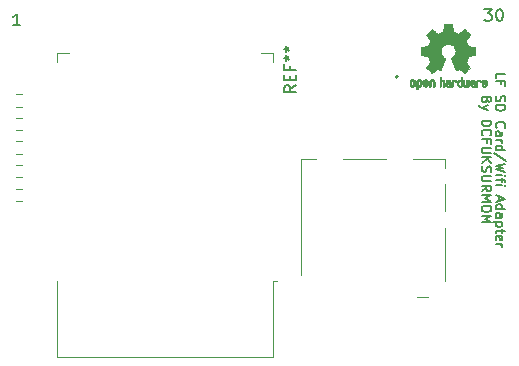
<source format=gbr>
%TF.GenerationSoftware,KiCad,Pcbnew,7.0.5*%
%TF.CreationDate,2023-07-07T14:49:15-05:00*%
%TF.ProjectId,leapsd,6c656170-7364-42e6-9b69-6361645f7063,rev?*%
%TF.SameCoordinates,Original*%
%TF.FileFunction,Legend,Top*%
%TF.FilePolarity,Positive*%
%FSLAX46Y46*%
G04 Gerber Fmt 4.6, Leading zero omitted, Abs format (unit mm)*
G04 Created by KiCad (PCBNEW 7.0.5) date 2023-07-07 14:49:15*
%MOMM*%
%LPD*%
G01*
G04 APERTURE LIST*
%ADD10C,0.150000*%
%ADD11C,0.010000*%
%ADD12C,0.120000*%
%ADD13C,0.200000*%
G04 APERTURE END LIST*
D10*
X199385655Y-48104761D02*
X199385655Y-47723809D01*
X199385655Y-47723809D02*
X200185655Y-47723809D01*
X199804703Y-48638094D02*
X199804703Y-48371428D01*
X199385655Y-48371428D02*
X200185655Y-48371428D01*
X200185655Y-48371428D02*
X200185655Y-48752380D01*
X199423751Y-49628570D02*
X199385655Y-49742856D01*
X199385655Y-49742856D02*
X199385655Y-49933332D01*
X199385655Y-49933332D02*
X199423751Y-50009523D01*
X199423751Y-50009523D02*
X199461846Y-50047618D01*
X199461846Y-50047618D02*
X199538036Y-50085713D01*
X199538036Y-50085713D02*
X199614227Y-50085713D01*
X199614227Y-50085713D02*
X199690417Y-50047618D01*
X199690417Y-50047618D02*
X199728512Y-50009523D01*
X199728512Y-50009523D02*
X199766608Y-49933332D01*
X199766608Y-49933332D02*
X199804703Y-49780951D01*
X199804703Y-49780951D02*
X199842798Y-49704761D01*
X199842798Y-49704761D02*
X199880893Y-49666666D01*
X199880893Y-49666666D02*
X199957084Y-49628570D01*
X199957084Y-49628570D02*
X200033274Y-49628570D01*
X200033274Y-49628570D02*
X200109465Y-49666666D01*
X200109465Y-49666666D02*
X200147560Y-49704761D01*
X200147560Y-49704761D02*
X200185655Y-49780951D01*
X200185655Y-49780951D02*
X200185655Y-49971428D01*
X200185655Y-49971428D02*
X200147560Y-50085713D01*
X199385655Y-50428571D02*
X200185655Y-50428571D01*
X200185655Y-50428571D02*
X200185655Y-50619047D01*
X200185655Y-50619047D02*
X200147560Y-50733333D01*
X200147560Y-50733333D02*
X200071370Y-50809523D01*
X200071370Y-50809523D02*
X199995179Y-50847618D01*
X199995179Y-50847618D02*
X199842798Y-50885714D01*
X199842798Y-50885714D02*
X199728512Y-50885714D01*
X199728512Y-50885714D02*
X199576131Y-50847618D01*
X199576131Y-50847618D02*
X199499941Y-50809523D01*
X199499941Y-50809523D02*
X199423751Y-50733333D01*
X199423751Y-50733333D02*
X199385655Y-50619047D01*
X199385655Y-50619047D02*
X199385655Y-50428571D01*
X199461846Y-52295238D02*
X199423751Y-52257142D01*
X199423751Y-52257142D02*
X199385655Y-52142857D01*
X199385655Y-52142857D02*
X199385655Y-52066666D01*
X199385655Y-52066666D02*
X199423751Y-51952380D01*
X199423751Y-51952380D02*
X199499941Y-51876190D01*
X199499941Y-51876190D02*
X199576131Y-51838095D01*
X199576131Y-51838095D02*
X199728512Y-51799999D01*
X199728512Y-51799999D02*
X199842798Y-51799999D01*
X199842798Y-51799999D02*
X199995179Y-51838095D01*
X199995179Y-51838095D02*
X200071370Y-51876190D01*
X200071370Y-51876190D02*
X200147560Y-51952380D01*
X200147560Y-51952380D02*
X200185655Y-52066666D01*
X200185655Y-52066666D02*
X200185655Y-52142857D01*
X200185655Y-52142857D02*
X200147560Y-52257142D01*
X200147560Y-52257142D02*
X200109465Y-52295238D01*
X199385655Y-52980952D02*
X199804703Y-52980952D01*
X199804703Y-52980952D02*
X199880893Y-52942857D01*
X199880893Y-52942857D02*
X199918989Y-52866666D01*
X199918989Y-52866666D02*
X199918989Y-52714285D01*
X199918989Y-52714285D02*
X199880893Y-52638095D01*
X199423751Y-52980952D02*
X199385655Y-52904761D01*
X199385655Y-52904761D02*
X199385655Y-52714285D01*
X199385655Y-52714285D02*
X199423751Y-52638095D01*
X199423751Y-52638095D02*
X199499941Y-52599999D01*
X199499941Y-52599999D02*
X199576131Y-52599999D01*
X199576131Y-52599999D02*
X199652322Y-52638095D01*
X199652322Y-52638095D02*
X199690417Y-52714285D01*
X199690417Y-52714285D02*
X199690417Y-52904761D01*
X199690417Y-52904761D02*
X199728512Y-52980952D01*
X199385655Y-53361905D02*
X199918989Y-53361905D01*
X199766608Y-53361905D02*
X199842798Y-53400000D01*
X199842798Y-53400000D02*
X199880893Y-53438095D01*
X199880893Y-53438095D02*
X199918989Y-53514286D01*
X199918989Y-53514286D02*
X199918989Y-53590476D01*
X199385655Y-54200000D02*
X200185655Y-54200000D01*
X199423751Y-54200000D02*
X199385655Y-54123809D01*
X199385655Y-54123809D02*
X199385655Y-53971428D01*
X199385655Y-53971428D02*
X199423751Y-53895238D01*
X199423751Y-53895238D02*
X199461846Y-53857143D01*
X199461846Y-53857143D02*
X199538036Y-53819047D01*
X199538036Y-53819047D02*
X199766608Y-53819047D01*
X199766608Y-53819047D02*
X199842798Y-53857143D01*
X199842798Y-53857143D02*
X199880893Y-53895238D01*
X199880893Y-53895238D02*
X199918989Y-53971428D01*
X199918989Y-53971428D02*
X199918989Y-54123809D01*
X199918989Y-54123809D02*
X199880893Y-54200000D01*
X200223751Y-55152381D02*
X199195179Y-54466667D01*
X200185655Y-55342857D02*
X199385655Y-55533333D01*
X199385655Y-55533333D02*
X199957084Y-55685714D01*
X199957084Y-55685714D02*
X199385655Y-55838095D01*
X199385655Y-55838095D02*
X200185655Y-56028572D01*
X199385655Y-56333334D02*
X199918989Y-56333334D01*
X200185655Y-56333334D02*
X200147560Y-56295238D01*
X200147560Y-56295238D02*
X200109465Y-56333334D01*
X200109465Y-56333334D02*
X200147560Y-56371429D01*
X200147560Y-56371429D02*
X200185655Y-56333334D01*
X200185655Y-56333334D02*
X200109465Y-56333334D01*
X199918989Y-56600000D02*
X199918989Y-56904762D01*
X199385655Y-56714286D02*
X200071370Y-56714286D01*
X200071370Y-56714286D02*
X200147560Y-56752381D01*
X200147560Y-56752381D02*
X200185655Y-56828571D01*
X200185655Y-56828571D02*
X200185655Y-56904762D01*
X199385655Y-57171429D02*
X199918989Y-57171429D01*
X200185655Y-57171429D02*
X200147560Y-57133333D01*
X200147560Y-57133333D02*
X200109465Y-57171429D01*
X200109465Y-57171429D02*
X200147560Y-57209524D01*
X200147560Y-57209524D02*
X200185655Y-57171429D01*
X200185655Y-57171429D02*
X200109465Y-57171429D01*
X199614227Y-58123809D02*
X199614227Y-58504762D01*
X199385655Y-58047619D02*
X200185655Y-58314286D01*
X200185655Y-58314286D02*
X199385655Y-58580952D01*
X199385655Y-59190476D02*
X200185655Y-59190476D01*
X199423751Y-59190476D02*
X199385655Y-59114285D01*
X199385655Y-59114285D02*
X199385655Y-58961904D01*
X199385655Y-58961904D02*
X199423751Y-58885714D01*
X199423751Y-58885714D02*
X199461846Y-58847619D01*
X199461846Y-58847619D02*
X199538036Y-58809523D01*
X199538036Y-58809523D02*
X199766608Y-58809523D01*
X199766608Y-58809523D02*
X199842798Y-58847619D01*
X199842798Y-58847619D02*
X199880893Y-58885714D01*
X199880893Y-58885714D02*
X199918989Y-58961904D01*
X199918989Y-58961904D02*
X199918989Y-59114285D01*
X199918989Y-59114285D02*
X199880893Y-59190476D01*
X199385655Y-59914286D02*
X199804703Y-59914286D01*
X199804703Y-59914286D02*
X199880893Y-59876191D01*
X199880893Y-59876191D02*
X199918989Y-59800000D01*
X199918989Y-59800000D02*
X199918989Y-59647619D01*
X199918989Y-59647619D02*
X199880893Y-59571429D01*
X199423751Y-59914286D02*
X199385655Y-59838095D01*
X199385655Y-59838095D02*
X199385655Y-59647619D01*
X199385655Y-59647619D02*
X199423751Y-59571429D01*
X199423751Y-59571429D02*
X199499941Y-59533333D01*
X199499941Y-59533333D02*
X199576131Y-59533333D01*
X199576131Y-59533333D02*
X199652322Y-59571429D01*
X199652322Y-59571429D02*
X199690417Y-59647619D01*
X199690417Y-59647619D02*
X199690417Y-59838095D01*
X199690417Y-59838095D02*
X199728512Y-59914286D01*
X199918989Y-60295239D02*
X199118989Y-60295239D01*
X199880893Y-60295239D02*
X199918989Y-60371429D01*
X199918989Y-60371429D02*
X199918989Y-60523810D01*
X199918989Y-60523810D02*
X199880893Y-60600001D01*
X199880893Y-60600001D02*
X199842798Y-60638096D01*
X199842798Y-60638096D02*
X199766608Y-60676191D01*
X199766608Y-60676191D02*
X199538036Y-60676191D01*
X199538036Y-60676191D02*
X199461846Y-60638096D01*
X199461846Y-60638096D02*
X199423751Y-60600001D01*
X199423751Y-60600001D02*
X199385655Y-60523810D01*
X199385655Y-60523810D02*
X199385655Y-60371429D01*
X199385655Y-60371429D02*
X199423751Y-60295239D01*
X199918989Y-60904763D02*
X199918989Y-61209525D01*
X200185655Y-61019049D02*
X199499941Y-61019049D01*
X199499941Y-61019049D02*
X199423751Y-61057144D01*
X199423751Y-61057144D02*
X199385655Y-61133334D01*
X199385655Y-61133334D02*
X199385655Y-61209525D01*
X199423751Y-61780954D02*
X199385655Y-61704763D01*
X199385655Y-61704763D02*
X199385655Y-61552382D01*
X199385655Y-61552382D02*
X199423751Y-61476192D01*
X199423751Y-61476192D02*
X199499941Y-61438096D01*
X199499941Y-61438096D02*
X199804703Y-61438096D01*
X199804703Y-61438096D02*
X199880893Y-61476192D01*
X199880893Y-61476192D02*
X199918989Y-61552382D01*
X199918989Y-61552382D02*
X199918989Y-61704763D01*
X199918989Y-61704763D02*
X199880893Y-61780954D01*
X199880893Y-61780954D02*
X199804703Y-61819049D01*
X199804703Y-61819049D02*
X199728512Y-61819049D01*
X199728512Y-61819049D02*
X199652322Y-61438096D01*
X199385655Y-62161906D02*
X199918989Y-62161906D01*
X199766608Y-62161906D02*
X199842798Y-62200001D01*
X199842798Y-62200001D02*
X199880893Y-62238096D01*
X199880893Y-62238096D02*
X199918989Y-62314287D01*
X199918989Y-62314287D02*
X199918989Y-62390477D01*
X198604788Y-49952380D02*
X198566693Y-50066666D01*
X198566693Y-50066666D02*
X198528597Y-50104761D01*
X198528597Y-50104761D02*
X198452407Y-50142857D01*
X198452407Y-50142857D02*
X198338121Y-50142857D01*
X198338121Y-50142857D02*
X198261931Y-50104761D01*
X198261931Y-50104761D02*
X198223836Y-50066666D01*
X198223836Y-50066666D02*
X198185740Y-49990476D01*
X198185740Y-49990476D02*
X198185740Y-49685714D01*
X198185740Y-49685714D02*
X198985740Y-49685714D01*
X198985740Y-49685714D02*
X198985740Y-49952380D01*
X198985740Y-49952380D02*
X198947645Y-50028571D01*
X198947645Y-50028571D02*
X198909550Y-50066666D01*
X198909550Y-50066666D02*
X198833359Y-50104761D01*
X198833359Y-50104761D02*
X198757169Y-50104761D01*
X198757169Y-50104761D02*
X198680978Y-50066666D01*
X198680978Y-50066666D02*
X198642883Y-50028571D01*
X198642883Y-50028571D02*
X198604788Y-49952380D01*
X198604788Y-49952380D02*
X198604788Y-49685714D01*
X198719074Y-50409523D02*
X198185740Y-50599999D01*
X198719074Y-50790476D02*
X198185740Y-50599999D01*
X198185740Y-50599999D02*
X197995264Y-50523809D01*
X197995264Y-50523809D02*
X197957169Y-50485714D01*
X197957169Y-50485714D02*
X197919074Y-50409523D01*
X198185740Y-51704762D02*
X198985740Y-51704762D01*
X198985740Y-51704762D02*
X198985740Y-51895238D01*
X198985740Y-51895238D02*
X198947645Y-52009524D01*
X198947645Y-52009524D02*
X198871455Y-52085714D01*
X198871455Y-52085714D02*
X198795264Y-52123809D01*
X198795264Y-52123809D02*
X198642883Y-52161905D01*
X198642883Y-52161905D02*
X198528597Y-52161905D01*
X198528597Y-52161905D02*
X198376216Y-52123809D01*
X198376216Y-52123809D02*
X198300026Y-52085714D01*
X198300026Y-52085714D02*
X198223836Y-52009524D01*
X198223836Y-52009524D02*
X198185740Y-51895238D01*
X198185740Y-51895238D02*
X198185740Y-51704762D01*
X198261931Y-52961905D02*
X198223836Y-52923809D01*
X198223836Y-52923809D02*
X198185740Y-52809524D01*
X198185740Y-52809524D02*
X198185740Y-52733333D01*
X198185740Y-52733333D02*
X198223836Y-52619047D01*
X198223836Y-52619047D02*
X198300026Y-52542857D01*
X198300026Y-52542857D02*
X198376216Y-52504762D01*
X198376216Y-52504762D02*
X198528597Y-52466666D01*
X198528597Y-52466666D02*
X198642883Y-52466666D01*
X198642883Y-52466666D02*
X198795264Y-52504762D01*
X198795264Y-52504762D02*
X198871455Y-52542857D01*
X198871455Y-52542857D02*
X198947645Y-52619047D01*
X198947645Y-52619047D02*
X198985740Y-52733333D01*
X198985740Y-52733333D02*
X198985740Y-52809524D01*
X198985740Y-52809524D02*
X198947645Y-52923809D01*
X198947645Y-52923809D02*
X198909550Y-52961905D01*
X198604788Y-53571428D02*
X198604788Y-53304762D01*
X198185740Y-53304762D02*
X198985740Y-53304762D01*
X198985740Y-53304762D02*
X198985740Y-53685714D01*
X198985740Y-53990476D02*
X198338121Y-53990476D01*
X198338121Y-53990476D02*
X198261931Y-54028571D01*
X198261931Y-54028571D02*
X198223836Y-54066666D01*
X198223836Y-54066666D02*
X198185740Y-54142857D01*
X198185740Y-54142857D02*
X198185740Y-54295238D01*
X198185740Y-54295238D02*
X198223836Y-54371428D01*
X198223836Y-54371428D02*
X198261931Y-54409523D01*
X198261931Y-54409523D02*
X198338121Y-54447619D01*
X198338121Y-54447619D02*
X198985740Y-54447619D01*
X198185740Y-54828571D02*
X198985740Y-54828571D01*
X198185740Y-55285714D02*
X198642883Y-54942856D01*
X198985740Y-55285714D02*
X198528597Y-54828571D01*
X198223836Y-55590475D02*
X198185740Y-55704761D01*
X198185740Y-55704761D02*
X198185740Y-55895237D01*
X198185740Y-55895237D02*
X198223836Y-55971428D01*
X198223836Y-55971428D02*
X198261931Y-56009523D01*
X198261931Y-56009523D02*
X198338121Y-56047618D01*
X198338121Y-56047618D02*
X198414312Y-56047618D01*
X198414312Y-56047618D02*
X198490502Y-56009523D01*
X198490502Y-56009523D02*
X198528597Y-55971428D01*
X198528597Y-55971428D02*
X198566693Y-55895237D01*
X198566693Y-55895237D02*
X198604788Y-55742856D01*
X198604788Y-55742856D02*
X198642883Y-55666666D01*
X198642883Y-55666666D02*
X198680978Y-55628571D01*
X198680978Y-55628571D02*
X198757169Y-55590475D01*
X198757169Y-55590475D02*
X198833359Y-55590475D01*
X198833359Y-55590475D02*
X198909550Y-55628571D01*
X198909550Y-55628571D02*
X198947645Y-55666666D01*
X198947645Y-55666666D02*
X198985740Y-55742856D01*
X198985740Y-55742856D02*
X198985740Y-55933333D01*
X198985740Y-55933333D02*
X198947645Y-56047618D01*
X198985740Y-56390476D02*
X198338121Y-56390476D01*
X198338121Y-56390476D02*
X198261931Y-56428571D01*
X198261931Y-56428571D02*
X198223836Y-56466666D01*
X198223836Y-56466666D02*
X198185740Y-56542857D01*
X198185740Y-56542857D02*
X198185740Y-56695238D01*
X198185740Y-56695238D02*
X198223836Y-56771428D01*
X198223836Y-56771428D02*
X198261931Y-56809523D01*
X198261931Y-56809523D02*
X198338121Y-56847619D01*
X198338121Y-56847619D02*
X198985740Y-56847619D01*
X198185740Y-57685714D02*
X198566693Y-57419047D01*
X198185740Y-57228571D02*
X198985740Y-57228571D01*
X198985740Y-57228571D02*
X198985740Y-57533333D01*
X198985740Y-57533333D02*
X198947645Y-57609523D01*
X198947645Y-57609523D02*
X198909550Y-57647618D01*
X198909550Y-57647618D02*
X198833359Y-57685714D01*
X198833359Y-57685714D02*
X198719074Y-57685714D01*
X198719074Y-57685714D02*
X198642883Y-57647618D01*
X198642883Y-57647618D02*
X198604788Y-57609523D01*
X198604788Y-57609523D02*
X198566693Y-57533333D01*
X198566693Y-57533333D02*
X198566693Y-57228571D01*
X198185740Y-58028571D02*
X198985740Y-58028571D01*
X198985740Y-58028571D02*
X198414312Y-58295237D01*
X198414312Y-58295237D02*
X198985740Y-58561904D01*
X198985740Y-58561904D02*
X198185740Y-58561904D01*
X198985740Y-59095238D02*
X198985740Y-59247619D01*
X198985740Y-59247619D02*
X198947645Y-59323809D01*
X198947645Y-59323809D02*
X198871455Y-59400000D01*
X198871455Y-59400000D02*
X198719074Y-59438095D01*
X198719074Y-59438095D02*
X198452407Y-59438095D01*
X198452407Y-59438095D02*
X198300026Y-59400000D01*
X198300026Y-59400000D02*
X198223836Y-59323809D01*
X198223836Y-59323809D02*
X198185740Y-59247619D01*
X198185740Y-59247619D02*
X198185740Y-59095238D01*
X198185740Y-59095238D02*
X198223836Y-59019047D01*
X198223836Y-59019047D02*
X198300026Y-58942857D01*
X198300026Y-58942857D02*
X198452407Y-58904761D01*
X198452407Y-58904761D02*
X198719074Y-58904761D01*
X198719074Y-58904761D02*
X198871455Y-58942857D01*
X198871455Y-58942857D02*
X198947645Y-59019047D01*
X198947645Y-59019047D02*
X198985740Y-59095238D01*
X198185740Y-59780952D02*
X198985740Y-59780952D01*
X198985740Y-59780952D02*
X198414312Y-60047618D01*
X198414312Y-60047618D02*
X198985740Y-60314285D01*
X198985740Y-60314285D02*
X198185740Y-60314285D01*
%TO.C,REF\u002A\u002A*%
X182440451Y-48729304D02*
X181964260Y-49062637D01*
X182440451Y-49300732D02*
X181440451Y-49300732D01*
X181440451Y-49300732D02*
X181440451Y-48919780D01*
X181440451Y-48919780D02*
X181488070Y-48824542D01*
X181488070Y-48824542D02*
X181535689Y-48776923D01*
X181535689Y-48776923D02*
X181630927Y-48729304D01*
X181630927Y-48729304D02*
X181773784Y-48729304D01*
X181773784Y-48729304D02*
X181869022Y-48776923D01*
X181869022Y-48776923D02*
X181916641Y-48824542D01*
X181916641Y-48824542D02*
X181964260Y-48919780D01*
X181964260Y-48919780D02*
X181964260Y-49300732D01*
X181916641Y-48300732D02*
X181916641Y-47967399D01*
X182440451Y-47824542D02*
X182440451Y-48300732D01*
X182440451Y-48300732D02*
X181440451Y-48300732D01*
X181440451Y-48300732D02*
X181440451Y-47824542D01*
X181916641Y-47062637D02*
X181916641Y-47395970D01*
X182440451Y-47395970D02*
X181440451Y-47395970D01*
X181440451Y-47395970D02*
X181440451Y-46919780D01*
X181440451Y-46395970D02*
X181678546Y-46395970D01*
X181583308Y-46634065D02*
X181678546Y-46395970D01*
X181678546Y-46395970D02*
X181583308Y-46157875D01*
X181869022Y-46538827D02*
X181678546Y-46395970D01*
X181678546Y-46395970D02*
X181869022Y-46253113D01*
X181440451Y-45634065D02*
X181678546Y-45634065D01*
X181583308Y-45872160D02*
X181678546Y-45634065D01*
X181678546Y-45634065D02*
X181583308Y-45395970D01*
X181869022Y-45776922D02*
X181678546Y-45634065D01*
X181678546Y-45634065D02*
X181869022Y-45491208D01*
%TO.C,1*%
X159085714Y-43654819D02*
X158514286Y-43654819D01*
X158800000Y-43654819D02*
X158800000Y-42654819D01*
X158800000Y-42654819D02*
X158704762Y-42797676D01*
X158704762Y-42797676D02*
X158609524Y-42892914D01*
X158609524Y-42892914D02*
X158514286Y-42940533D01*
X198390476Y-42254819D02*
X199009523Y-42254819D01*
X199009523Y-42254819D02*
X198676190Y-42635771D01*
X198676190Y-42635771D02*
X198819047Y-42635771D01*
X198819047Y-42635771D02*
X198914285Y-42683390D01*
X198914285Y-42683390D02*
X198961904Y-42731009D01*
X198961904Y-42731009D02*
X199009523Y-42826247D01*
X199009523Y-42826247D02*
X199009523Y-43064342D01*
X199009523Y-43064342D02*
X198961904Y-43159580D01*
X198961904Y-43159580D02*
X198914285Y-43207200D01*
X198914285Y-43207200D02*
X198819047Y-43254819D01*
X198819047Y-43254819D02*
X198533333Y-43254819D01*
X198533333Y-43254819D02*
X198438095Y-43207200D01*
X198438095Y-43207200D02*
X198390476Y-43159580D01*
X199628571Y-42254819D02*
X199723809Y-42254819D01*
X199723809Y-42254819D02*
X199819047Y-42302438D01*
X199819047Y-42302438D02*
X199866666Y-42350057D01*
X199866666Y-42350057D02*
X199914285Y-42445295D01*
X199914285Y-42445295D02*
X199961904Y-42635771D01*
X199961904Y-42635771D02*
X199961904Y-42873866D01*
X199961904Y-42873866D02*
X199914285Y-43064342D01*
X199914285Y-43064342D02*
X199866666Y-43159580D01*
X199866666Y-43159580D02*
X199819047Y-43207200D01*
X199819047Y-43207200D02*
X199723809Y-43254819D01*
X199723809Y-43254819D02*
X199628571Y-43254819D01*
X199628571Y-43254819D02*
X199533333Y-43207200D01*
X199533333Y-43207200D02*
X199485714Y-43159580D01*
X199485714Y-43159580D02*
X199438095Y-43064342D01*
X199438095Y-43064342D02*
X199390476Y-42873866D01*
X199390476Y-42873866D02*
X199390476Y-42635771D01*
X199390476Y-42635771D02*
X199438095Y-42445295D01*
X199438095Y-42445295D02*
X199485714Y-42350057D01*
X199485714Y-42350057D02*
X199533333Y-42302438D01*
X199533333Y-42302438D02*
X199628571Y-42254819D01*
%TO.C,REF\u002A\u002A*%
D11*
X197113855Y-48250451D02*
X197116070Y-48288638D01*
X197117806Y-48346674D01*
X197118921Y-48419968D01*
X197119279Y-48496843D01*
X197119279Y-48756984D01*
X197073348Y-48802915D01*
X197041697Y-48831217D01*
X197013912Y-48842681D01*
X196975937Y-48841956D01*
X196960862Y-48840109D01*
X196913748Y-48834736D01*
X196874778Y-48831657D01*
X196865279Y-48831373D01*
X196833255Y-48833233D01*
X196787454Y-48837902D01*
X196769696Y-48840109D01*
X196726079Y-48843523D01*
X196696767Y-48836108D01*
X196667702Y-48813215D01*
X196657210Y-48802915D01*
X196611279Y-48756984D01*
X196611279Y-48270390D01*
X196648248Y-48253546D01*
X196680081Y-48241070D01*
X196698705Y-48236702D01*
X196703480Y-48250506D01*
X196707943Y-48289074D01*
X196711797Y-48348144D01*
X196714744Y-48423451D01*
X196716165Y-48487074D01*
X196720136Y-48737445D01*
X196754781Y-48742344D01*
X196786290Y-48738919D01*
X196801730Y-48727829D01*
X196806045Y-48707096D01*
X196809730Y-48662933D01*
X196812491Y-48600934D01*
X196814034Y-48526697D01*
X196814257Y-48488494D01*
X196814479Y-48268571D01*
X196860188Y-48252637D01*
X196892540Y-48241803D01*
X196910137Y-48236750D01*
X196910645Y-48236702D01*
X196912410Y-48250436D01*
X196914351Y-48288518D01*
X196916304Y-48346270D01*
X196918106Y-48419015D01*
X196919365Y-48487074D01*
X196923336Y-48737445D01*
X197010422Y-48737445D01*
X197014418Y-48509028D01*
X197018414Y-48280610D01*
X197060869Y-48258656D01*
X197092214Y-48243581D01*
X197110766Y-48236739D01*
X197111301Y-48236702D01*
X197113855Y-48250451D01*
G36*
X197113855Y-48250451D02*
G01*
X197116070Y-48288638D01*
X197117806Y-48346674D01*
X197118921Y-48419968D01*
X197119279Y-48496843D01*
X197119279Y-48756984D01*
X197073348Y-48802915D01*
X197041697Y-48831217D01*
X197013912Y-48842681D01*
X196975937Y-48841956D01*
X196960862Y-48840109D01*
X196913748Y-48834736D01*
X196874778Y-48831657D01*
X196865279Y-48831373D01*
X196833255Y-48833233D01*
X196787454Y-48837902D01*
X196769696Y-48840109D01*
X196726079Y-48843523D01*
X196696767Y-48836108D01*
X196667702Y-48813215D01*
X196657210Y-48802915D01*
X196611279Y-48756984D01*
X196611279Y-48270390D01*
X196648248Y-48253546D01*
X196680081Y-48241070D01*
X196698705Y-48236702D01*
X196703480Y-48250506D01*
X196707943Y-48289074D01*
X196711797Y-48348144D01*
X196714744Y-48423451D01*
X196716165Y-48487074D01*
X196720136Y-48737445D01*
X196754781Y-48742344D01*
X196786290Y-48738919D01*
X196801730Y-48727829D01*
X196806045Y-48707096D01*
X196809730Y-48662933D01*
X196812491Y-48600934D01*
X196814034Y-48526697D01*
X196814257Y-48488494D01*
X196814479Y-48268571D01*
X196860188Y-48252637D01*
X196892540Y-48241803D01*
X196910137Y-48236750D01*
X196910645Y-48236702D01*
X196912410Y-48250436D01*
X196914351Y-48288518D01*
X196916304Y-48346270D01*
X196918106Y-48419015D01*
X196919365Y-48487074D01*
X196923336Y-48737445D01*
X197010422Y-48737445D01*
X197014418Y-48509028D01*
X197018414Y-48280610D01*
X197060869Y-48258656D01*
X197092214Y-48243581D01*
X197110766Y-48236739D01*
X197111301Y-48236702D01*
X197113855Y-48250451D01*
G37*
X192375137Y-48213750D02*
X192443167Y-48249521D01*
X192493373Y-48307089D01*
X192511207Y-48344100D01*
X192525085Y-48399670D01*
X192532189Y-48469884D01*
X192532862Y-48546515D01*
X192527449Y-48621340D01*
X192516292Y-48686130D01*
X192499736Y-48732661D01*
X192494648Y-48740675D01*
X192434377Y-48800495D01*
X192362791Y-48836323D01*
X192285114Y-48846808D01*
X192206570Y-48830598D01*
X192184711Y-48820880D01*
X192142144Y-48790931D01*
X192104785Y-48751221D01*
X192101254Y-48746185D01*
X192086903Y-48721912D01*
X192077416Y-48695966D01*
X192071812Y-48661810D01*
X192069108Y-48612907D01*
X192068321Y-48542723D01*
X192068308Y-48526988D01*
X192068344Y-48521980D01*
X192213451Y-48521980D01*
X192214295Y-48588218D01*
X192217618Y-48632174D01*
X192224605Y-48660567D01*
X192236438Y-48680113D01*
X192242479Y-48686645D01*
X192277208Y-48711468D01*
X192310925Y-48710336D01*
X192345017Y-48688804D01*
X192365351Y-48665817D01*
X192377393Y-48632266D01*
X192384156Y-48579357D01*
X192384620Y-48573187D01*
X192385774Y-48477301D01*
X192373710Y-48406087D01*
X192348592Y-48359982D01*
X192310582Y-48339423D01*
X192297014Y-48338302D01*
X192261386Y-48343940D01*
X192237016Y-48363474D01*
X192222115Y-48400830D01*
X192214897Y-48459938D01*
X192213451Y-48521980D01*
X192068344Y-48521980D01*
X192068848Y-48452201D01*
X192071118Y-48399947D01*
X192076090Y-48363737D01*
X192084735Y-48337087D01*
X192098027Y-48313510D01*
X192100965Y-48309126D01*
X192150335Y-48250037D01*
X192204131Y-48215735D01*
X192269624Y-48202119D01*
X192291864Y-48201453D01*
X192375137Y-48213750D01*
G36*
X192375137Y-48213750D02*
G01*
X192443167Y-48249521D01*
X192493373Y-48307089D01*
X192511207Y-48344100D01*
X192525085Y-48399670D01*
X192532189Y-48469884D01*
X192532862Y-48546515D01*
X192527449Y-48621340D01*
X192516292Y-48686130D01*
X192499736Y-48732661D01*
X192494648Y-48740675D01*
X192434377Y-48800495D01*
X192362791Y-48836323D01*
X192285114Y-48846808D01*
X192206570Y-48830598D01*
X192184711Y-48820880D01*
X192142144Y-48790931D01*
X192104785Y-48751221D01*
X192101254Y-48746185D01*
X192086903Y-48721912D01*
X192077416Y-48695966D01*
X192071812Y-48661810D01*
X192069108Y-48612907D01*
X192068321Y-48542723D01*
X192068308Y-48526988D01*
X192068344Y-48521980D01*
X192213451Y-48521980D01*
X192214295Y-48588218D01*
X192217618Y-48632174D01*
X192224605Y-48660567D01*
X192236438Y-48680113D01*
X192242479Y-48686645D01*
X192277208Y-48711468D01*
X192310925Y-48710336D01*
X192345017Y-48688804D01*
X192365351Y-48665817D01*
X192377393Y-48632266D01*
X192384156Y-48579357D01*
X192384620Y-48573187D01*
X192385774Y-48477301D01*
X192373710Y-48406087D01*
X192348592Y-48359982D01*
X192310582Y-48339423D01*
X192297014Y-48338302D01*
X192261386Y-48343940D01*
X192237016Y-48363474D01*
X192222115Y-48400830D01*
X192214897Y-48459938D01*
X192213451Y-48521980D01*
X192068344Y-48521980D01*
X192068848Y-48452201D01*
X192071118Y-48399947D01*
X192076090Y-48363737D01*
X192084735Y-48337087D01*
X192098027Y-48313510D01*
X192100965Y-48309126D01*
X192150335Y-48250037D01*
X192204131Y-48215735D01*
X192269624Y-48202119D01*
X192291864Y-48201453D01*
X192375137Y-48213750D01*
G37*
X198487617Y-48258754D02*
X198545043Y-48296285D01*
X198572741Y-48329884D01*
X198594684Y-48390852D01*
X198596427Y-48439096D01*
X198592479Y-48503604D01*
X198443708Y-48568722D01*
X198371371Y-48601990D01*
X198324106Y-48628752D01*
X198299529Y-48651932D01*
X198295259Y-48674455D01*
X198308911Y-48699243D01*
X198323965Y-48715674D01*
X198367768Y-48742023D01*
X198415411Y-48743869D01*
X198459167Y-48723334D01*
X198491311Y-48682540D01*
X198497060Y-48668135D01*
X198524598Y-48623144D01*
X198556280Y-48603970D01*
X198599736Y-48587567D01*
X198599736Y-48649754D01*
X198595894Y-48692071D01*
X198580845Y-48727757D01*
X198549302Y-48768731D01*
X198544614Y-48774055D01*
X198509528Y-48810508D01*
X198479369Y-48830071D01*
X198441637Y-48839071D01*
X198410357Y-48842018D01*
X198354407Y-48842753D01*
X198314577Y-48833448D01*
X198289730Y-48819634D01*
X198250678Y-48789255D01*
X198223647Y-48756401D01*
X198206539Y-48715082D01*
X198197260Y-48659309D01*
X198193715Y-48583093D01*
X198193432Y-48544410D01*
X198194394Y-48498035D01*
X198282029Y-48498035D01*
X198283045Y-48522914D01*
X198285578Y-48526988D01*
X198302296Y-48521453D01*
X198338271Y-48506805D01*
X198386353Y-48485978D01*
X198396408Y-48481502D01*
X198457174Y-48450602D01*
X198490654Y-48423445D01*
X198498012Y-48398008D01*
X198480413Y-48372269D01*
X198465878Y-48360897D01*
X198413432Y-48338152D01*
X198364344Y-48341910D01*
X198323249Y-48369672D01*
X198294780Y-48418940D01*
X198285653Y-48458045D01*
X198282029Y-48498035D01*
X198194394Y-48498035D01*
X198195307Y-48454037D01*
X198202218Y-48387172D01*
X198215906Y-48338483D01*
X198238118Y-48302637D01*
X198270596Y-48274301D01*
X198284755Y-48265143D01*
X198349075Y-48241295D01*
X198419495Y-48239794D01*
X198487617Y-48258754D01*
G36*
X198487617Y-48258754D02*
G01*
X198545043Y-48296285D01*
X198572741Y-48329884D01*
X198594684Y-48390852D01*
X198596427Y-48439096D01*
X198592479Y-48503604D01*
X198443708Y-48568722D01*
X198371371Y-48601990D01*
X198324106Y-48628752D01*
X198299529Y-48651932D01*
X198295259Y-48674455D01*
X198308911Y-48699243D01*
X198323965Y-48715674D01*
X198367768Y-48742023D01*
X198415411Y-48743869D01*
X198459167Y-48723334D01*
X198491311Y-48682540D01*
X198497060Y-48668135D01*
X198524598Y-48623144D01*
X198556280Y-48603970D01*
X198599736Y-48587567D01*
X198599736Y-48649754D01*
X198595894Y-48692071D01*
X198580845Y-48727757D01*
X198549302Y-48768731D01*
X198544614Y-48774055D01*
X198509528Y-48810508D01*
X198479369Y-48830071D01*
X198441637Y-48839071D01*
X198410357Y-48842018D01*
X198354407Y-48842753D01*
X198314577Y-48833448D01*
X198289730Y-48819634D01*
X198250678Y-48789255D01*
X198223647Y-48756401D01*
X198206539Y-48715082D01*
X198197260Y-48659309D01*
X198193715Y-48583093D01*
X198193432Y-48544410D01*
X198194394Y-48498035D01*
X198282029Y-48498035D01*
X198283045Y-48522914D01*
X198285578Y-48526988D01*
X198302296Y-48521453D01*
X198338271Y-48506805D01*
X198386353Y-48485978D01*
X198396408Y-48481502D01*
X198457174Y-48450602D01*
X198490654Y-48423445D01*
X198498012Y-48398008D01*
X198480413Y-48372269D01*
X198465878Y-48360897D01*
X198413432Y-48338152D01*
X198364344Y-48341910D01*
X198323249Y-48369672D01*
X198294780Y-48418940D01*
X198285653Y-48458045D01*
X198282029Y-48498035D01*
X198194394Y-48498035D01*
X198195307Y-48454037D01*
X198202218Y-48387172D01*
X198215906Y-48338483D01*
X198238118Y-48302637D01*
X198270596Y-48274301D01*
X198284755Y-48265143D01*
X198349075Y-48241295D01*
X198419495Y-48239794D01*
X198487617Y-48258754D01*
G37*
X194050115Y-48219568D02*
X194096694Y-48246511D01*
X194129079Y-48273254D01*
X194152764Y-48301272D01*
X194169081Y-48335536D01*
X194179361Y-48381015D01*
X194184936Y-48442680D01*
X194187138Y-48525499D01*
X194187393Y-48585034D01*
X194187393Y-48804179D01*
X194125708Y-48831832D01*
X194064022Y-48859485D01*
X194056765Y-48619458D01*
X194053766Y-48529816D01*
X194050620Y-48464750D01*
X194046723Y-48419814D01*
X194041469Y-48390558D01*
X194034253Y-48372536D01*
X194024472Y-48361299D01*
X194021334Y-48358867D01*
X193973783Y-48339871D01*
X193925719Y-48347388D01*
X193897108Y-48367331D01*
X193885469Y-48381463D01*
X193877413Y-48400008D01*
X193872293Y-48428122D01*
X193869463Y-48470961D01*
X193868278Y-48533683D01*
X193868079Y-48599049D01*
X193868040Y-48681056D01*
X193866636Y-48739104D01*
X193861936Y-48778253D01*
X193852009Y-48803568D01*
X193834925Y-48820111D01*
X193808754Y-48832944D01*
X193773797Y-48846279D01*
X193735618Y-48860795D01*
X193740163Y-48603177D01*
X193741993Y-48510307D01*
X193744134Y-48441677D01*
X193747203Y-48392499D01*
X193751816Y-48357986D01*
X193758590Y-48333350D01*
X193768141Y-48313804D01*
X193779656Y-48296558D01*
X193835212Y-48241468D01*
X193903002Y-48209610D01*
X193976735Y-48201979D01*
X194050115Y-48219568D01*
G36*
X194050115Y-48219568D02*
G01*
X194096694Y-48246511D01*
X194129079Y-48273254D01*
X194152764Y-48301272D01*
X194169081Y-48335536D01*
X194179361Y-48381015D01*
X194184936Y-48442680D01*
X194187138Y-48525499D01*
X194187393Y-48585034D01*
X194187393Y-48804179D01*
X194125708Y-48831832D01*
X194064022Y-48859485D01*
X194056765Y-48619458D01*
X194053766Y-48529816D01*
X194050620Y-48464750D01*
X194046723Y-48419814D01*
X194041469Y-48390558D01*
X194034253Y-48372536D01*
X194024472Y-48361299D01*
X194021334Y-48358867D01*
X193973783Y-48339871D01*
X193925719Y-48347388D01*
X193897108Y-48367331D01*
X193885469Y-48381463D01*
X193877413Y-48400008D01*
X193872293Y-48428122D01*
X193869463Y-48470961D01*
X193868278Y-48533683D01*
X193868079Y-48599049D01*
X193868040Y-48681056D01*
X193866636Y-48739104D01*
X193861936Y-48778253D01*
X193852009Y-48803568D01*
X193834925Y-48820111D01*
X193808754Y-48832944D01*
X193773797Y-48846279D01*
X193735618Y-48860795D01*
X193740163Y-48603177D01*
X193741993Y-48510307D01*
X193744134Y-48441677D01*
X193747203Y-48392499D01*
X193751816Y-48357986D01*
X193758590Y-48333350D01*
X193768141Y-48313804D01*
X193779656Y-48296558D01*
X193835212Y-48241468D01*
X193903002Y-48209610D01*
X193976735Y-48201979D01*
X194050115Y-48219568D01*
G37*
X197986622Y-48250540D02*
X198003970Y-48258122D01*
X198045378Y-48290916D01*
X198080787Y-48338335D01*
X198102686Y-48388939D01*
X198106251Y-48413886D01*
X198094301Y-48448715D01*
X198068089Y-48467145D01*
X198039986Y-48478304D01*
X198027117Y-48480360D01*
X198020851Y-48465437D01*
X198008478Y-48432963D01*
X198003050Y-48418290D01*
X197972612Y-48367532D01*
X197928542Y-48342215D01*
X197872032Y-48342994D01*
X197867847Y-48343991D01*
X197837677Y-48358295D01*
X197815498Y-48386181D01*
X197800349Y-48431075D01*
X197791272Y-48496403D01*
X197787308Y-48585592D01*
X197786936Y-48633049D01*
X197786752Y-48707859D01*
X197785544Y-48758857D01*
X197782331Y-48791259D01*
X197776131Y-48810283D01*
X197765962Y-48821144D01*
X197750841Y-48829060D01*
X197749968Y-48829458D01*
X197720850Y-48841769D01*
X197706425Y-48846302D01*
X197704208Y-48832597D01*
X197702311Y-48794713D01*
X197700869Y-48737503D01*
X197700020Y-48665815D01*
X197699851Y-48613353D01*
X197700714Y-48511835D01*
X197704092Y-48434820D01*
X197711164Y-48377811D01*
X197723110Y-48336314D01*
X197741112Y-48305831D01*
X197766349Y-48281868D01*
X197791269Y-48265143D01*
X197851193Y-48242885D01*
X197920933Y-48237864D01*
X197986622Y-48250540D01*
G36*
X197986622Y-48250540D02*
G01*
X198003970Y-48258122D01*
X198045378Y-48290916D01*
X198080787Y-48338335D01*
X198102686Y-48388939D01*
X198106251Y-48413886D01*
X198094301Y-48448715D01*
X198068089Y-48467145D01*
X198039986Y-48478304D01*
X198027117Y-48480360D01*
X198020851Y-48465437D01*
X198008478Y-48432963D01*
X198003050Y-48418290D01*
X197972612Y-48367532D01*
X197928542Y-48342215D01*
X197872032Y-48342994D01*
X197867847Y-48343991D01*
X197837677Y-48358295D01*
X197815498Y-48386181D01*
X197800349Y-48431075D01*
X197791272Y-48496403D01*
X197787308Y-48585592D01*
X197786936Y-48633049D01*
X197786752Y-48707859D01*
X197785544Y-48758857D01*
X197782331Y-48791259D01*
X197776131Y-48810283D01*
X197765962Y-48821144D01*
X197750841Y-48829060D01*
X197749968Y-48829458D01*
X197720850Y-48841769D01*
X197706425Y-48846302D01*
X197704208Y-48832597D01*
X197702311Y-48794713D01*
X197700869Y-48737503D01*
X197700020Y-48665815D01*
X197699851Y-48613353D01*
X197700714Y-48511835D01*
X197704092Y-48434820D01*
X197711164Y-48377811D01*
X197723110Y-48336314D01*
X197741112Y-48305831D01*
X197766349Y-48281868D01*
X197791269Y-48265143D01*
X197851193Y-48242885D01*
X197920933Y-48237864D01*
X197986622Y-48250540D01*
G37*
X196524139Y-48357146D02*
X196523955Y-48465625D01*
X196523241Y-48549075D01*
X196521697Y-48611492D01*
X196519023Y-48656873D01*
X196514916Y-48689217D01*
X196509077Y-48712521D01*
X196501204Y-48730783D01*
X196495243Y-48741206D01*
X196445877Y-48797733D01*
X196383286Y-48833165D01*
X196314035Y-48845878D01*
X196244690Y-48834251D01*
X196203397Y-48813356D01*
X196160047Y-48777210D01*
X196130503Y-48733064D01*
X196112677Y-48675250D01*
X196104485Y-48598101D01*
X196103324Y-48541502D01*
X196103480Y-48537435D01*
X196204879Y-48537435D01*
X196205498Y-48602338D01*
X196208336Y-48645302D01*
X196214862Y-48673410D01*
X196226545Y-48693741D01*
X196240505Y-48709076D01*
X196287387Y-48738678D01*
X196337723Y-48741207D01*
X196385298Y-48716493D01*
X196389001Y-48713144D01*
X196404805Y-48695723D01*
X196414715Y-48674997D01*
X196420080Y-48644150D01*
X196422250Y-48596365D01*
X196422593Y-48543536D01*
X196421849Y-48477169D01*
X196418770Y-48432894D01*
X196412083Y-48403797D01*
X196400518Y-48382961D01*
X196391035Y-48371895D01*
X196346982Y-48343986D01*
X196296246Y-48340631D01*
X196247818Y-48361947D01*
X196238472Y-48369861D01*
X196222562Y-48387435D01*
X196212632Y-48408375D01*
X196207300Y-48439570D01*
X196205185Y-48487910D01*
X196204879Y-48537435D01*
X196103480Y-48537435D01*
X196106832Y-48450356D01*
X196118748Y-48381874D01*
X196141157Y-48330388D01*
X196176146Y-48290231D01*
X196203397Y-48269649D01*
X196252929Y-48247413D01*
X196310338Y-48237092D01*
X196363704Y-48239855D01*
X196393565Y-48251000D01*
X196405283Y-48254171D01*
X196413059Y-48242345D01*
X196418487Y-48210654D01*
X196422593Y-48162381D01*
X196427089Y-48108617D01*
X196433335Y-48076270D01*
X196444698Y-48057773D01*
X196464550Y-48045558D01*
X196477022Y-48040150D01*
X196524193Y-48020389D01*
X196524139Y-48357146D01*
G36*
X196524139Y-48357146D02*
G01*
X196523955Y-48465625D01*
X196523241Y-48549075D01*
X196521697Y-48611492D01*
X196519023Y-48656873D01*
X196514916Y-48689217D01*
X196509077Y-48712521D01*
X196501204Y-48730783D01*
X196495243Y-48741206D01*
X196445877Y-48797733D01*
X196383286Y-48833165D01*
X196314035Y-48845878D01*
X196244690Y-48834251D01*
X196203397Y-48813356D01*
X196160047Y-48777210D01*
X196130503Y-48733064D01*
X196112677Y-48675250D01*
X196104485Y-48598101D01*
X196103324Y-48541502D01*
X196103480Y-48537435D01*
X196204879Y-48537435D01*
X196205498Y-48602338D01*
X196208336Y-48645302D01*
X196214862Y-48673410D01*
X196226545Y-48693741D01*
X196240505Y-48709076D01*
X196287387Y-48738678D01*
X196337723Y-48741207D01*
X196385298Y-48716493D01*
X196389001Y-48713144D01*
X196404805Y-48695723D01*
X196414715Y-48674997D01*
X196420080Y-48644150D01*
X196422250Y-48596365D01*
X196422593Y-48543536D01*
X196421849Y-48477169D01*
X196418770Y-48432894D01*
X196412083Y-48403797D01*
X196400518Y-48382961D01*
X196391035Y-48371895D01*
X196346982Y-48343986D01*
X196296246Y-48340631D01*
X196247818Y-48361947D01*
X196238472Y-48369861D01*
X196222562Y-48387435D01*
X196212632Y-48408375D01*
X196207300Y-48439570D01*
X196205185Y-48487910D01*
X196204879Y-48537435D01*
X196103480Y-48537435D01*
X196106832Y-48450356D01*
X196118748Y-48381874D01*
X196141157Y-48330388D01*
X196176146Y-48290231D01*
X196203397Y-48269649D01*
X196252929Y-48247413D01*
X196310338Y-48237092D01*
X196363704Y-48239855D01*
X196393565Y-48251000D01*
X196405283Y-48254171D01*
X196413059Y-48242345D01*
X196418487Y-48210654D01*
X196422593Y-48162381D01*
X196427089Y-48108617D01*
X196433335Y-48076270D01*
X196444698Y-48057773D01*
X196464550Y-48045558D01*
X196477022Y-48040150D01*
X196524193Y-48020389D01*
X196524139Y-48357146D01*
G37*
X194709908Y-48143077D02*
X194714161Y-48202401D01*
X194719047Y-48237360D01*
X194725817Y-48252608D01*
X194735724Y-48252803D01*
X194738936Y-48250983D01*
X194781666Y-48237803D01*
X194837249Y-48238573D01*
X194893759Y-48252121D01*
X194929104Y-48269649D01*
X194965343Y-48297649D01*
X194991835Y-48329337D01*
X195010021Y-48369601D01*
X195021344Y-48423331D01*
X195027244Y-48495414D01*
X195029165Y-48590739D01*
X195029199Y-48609025D01*
X195029222Y-48814434D01*
X194983513Y-48830368D01*
X194951049Y-48841208D01*
X194933237Y-48846256D01*
X194932713Y-48846302D01*
X194930959Y-48832616D01*
X194929466Y-48794864D01*
X194928348Y-48738012D01*
X194927719Y-48667022D01*
X194927622Y-48623861D01*
X194927420Y-48538761D01*
X194926380Y-48477769D01*
X194923853Y-48435965D01*
X194919186Y-48408430D01*
X194911729Y-48390244D01*
X194900833Y-48376486D01*
X194894029Y-48369861D01*
X194847294Y-48343163D01*
X194796294Y-48341163D01*
X194750023Y-48363743D01*
X194741466Y-48371895D01*
X194728915Y-48387224D01*
X194720210Y-48405406D01*
X194714653Y-48431697D01*
X194711548Y-48471350D01*
X194710198Y-48529620D01*
X194709908Y-48609961D01*
X194709908Y-48814434D01*
X194664199Y-48830368D01*
X194631735Y-48841208D01*
X194613923Y-48846256D01*
X194613399Y-48846302D01*
X194612059Y-48832411D01*
X194610850Y-48793227D01*
X194609823Y-48732488D01*
X194609024Y-48653929D01*
X194608503Y-48561286D01*
X194608308Y-48458297D01*
X194608308Y-48061130D01*
X194655479Y-48041232D01*
X194702651Y-48021335D01*
X194709908Y-48143077D01*
G36*
X194709908Y-48143077D02*
G01*
X194714161Y-48202401D01*
X194719047Y-48237360D01*
X194725817Y-48252608D01*
X194735724Y-48252803D01*
X194738936Y-48250983D01*
X194781666Y-48237803D01*
X194837249Y-48238573D01*
X194893759Y-48252121D01*
X194929104Y-48269649D01*
X194965343Y-48297649D01*
X194991835Y-48329337D01*
X195010021Y-48369601D01*
X195021344Y-48423331D01*
X195027244Y-48495414D01*
X195029165Y-48590739D01*
X195029199Y-48609025D01*
X195029222Y-48814434D01*
X194983513Y-48830368D01*
X194951049Y-48841208D01*
X194933237Y-48846256D01*
X194932713Y-48846302D01*
X194930959Y-48832616D01*
X194929466Y-48794864D01*
X194928348Y-48738012D01*
X194927719Y-48667022D01*
X194927622Y-48623861D01*
X194927420Y-48538761D01*
X194926380Y-48477769D01*
X194923853Y-48435965D01*
X194919186Y-48408430D01*
X194911729Y-48390244D01*
X194900833Y-48376486D01*
X194894029Y-48369861D01*
X194847294Y-48343163D01*
X194796294Y-48341163D01*
X194750023Y-48363743D01*
X194741466Y-48371895D01*
X194728915Y-48387224D01*
X194720210Y-48405406D01*
X194714653Y-48431697D01*
X194711548Y-48471350D01*
X194710198Y-48529620D01*
X194709908Y-48609961D01*
X194709908Y-48814434D01*
X194664199Y-48830368D01*
X194631735Y-48841208D01*
X194613923Y-48846256D01*
X194613399Y-48846302D01*
X194612059Y-48832411D01*
X194610850Y-48793227D01*
X194609823Y-48732488D01*
X194609024Y-48653929D01*
X194608503Y-48561286D01*
X194608308Y-48458297D01*
X194608308Y-48061130D01*
X194655479Y-48041232D01*
X194702651Y-48021335D01*
X194709908Y-48143077D01*
G37*
X195373766Y-48242756D02*
X195430638Y-48263875D01*
X195431289Y-48264281D01*
X195466462Y-48290168D01*
X195492429Y-48320421D01*
X195510692Y-48359846D01*
X195522754Y-48413250D01*
X195530118Y-48485439D01*
X195534286Y-48581220D01*
X195534651Y-48594866D01*
X195539898Y-48800630D01*
X195495738Y-48823466D01*
X195463785Y-48838898D01*
X195444492Y-48846211D01*
X195443600Y-48846302D01*
X195440261Y-48832810D01*
X195437609Y-48796414D01*
X195435978Y-48743240D01*
X195435622Y-48700181D01*
X195435614Y-48630429D01*
X195432425Y-48586625D01*
X195421310Y-48565732D01*
X195397523Y-48564713D01*
X195356318Y-48580529D01*
X195294108Y-48609603D01*
X195248363Y-48633751D01*
X195224835Y-48654701D01*
X195217918Y-48677535D01*
X195217908Y-48678665D01*
X195229321Y-48718000D01*
X195263114Y-48739250D01*
X195314831Y-48742327D01*
X195352083Y-48741794D01*
X195371725Y-48752523D01*
X195383974Y-48778293D01*
X195391024Y-48811125D01*
X195380864Y-48829754D01*
X195377039Y-48832420D01*
X195341023Y-48843128D01*
X195290588Y-48844644D01*
X195238648Y-48837547D01*
X195201844Y-48824576D01*
X195150960Y-48781373D01*
X195122036Y-48721234D01*
X195116308Y-48674250D01*
X195120679Y-48631870D01*
X195136497Y-48597276D01*
X195167819Y-48566551D01*
X195218700Y-48535778D01*
X195293198Y-48501040D01*
X195297736Y-48499076D01*
X195364843Y-48468075D01*
X195406254Y-48442650D01*
X195424003Y-48419802D01*
X195420129Y-48396533D01*
X195396665Y-48369844D01*
X195389649Y-48363702D01*
X195342652Y-48339888D01*
X195293955Y-48340891D01*
X195251544Y-48364239D01*
X195223406Y-48407463D01*
X195220791Y-48415948D01*
X195195330Y-48457096D01*
X195163023Y-48476916D01*
X195116308Y-48496558D01*
X195116308Y-48445738D01*
X195130518Y-48371870D01*
X195172697Y-48304115D01*
X195194646Y-48281449D01*
X195244539Y-48252357D01*
X195307989Y-48239188D01*
X195373766Y-48242756D01*
G36*
X195373766Y-48242756D02*
G01*
X195430638Y-48263875D01*
X195431289Y-48264281D01*
X195466462Y-48290168D01*
X195492429Y-48320421D01*
X195510692Y-48359846D01*
X195522754Y-48413250D01*
X195530118Y-48485439D01*
X195534286Y-48581220D01*
X195534651Y-48594866D01*
X195539898Y-48800630D01*
X195495738Y-48823466D01*
X195463785Y-48838898D01*
X195444492Y-48846211D01*
X195443600Y-48846302D01*
X195440261Y-48832810D01*
X195437609Y-48796414D01*
X195435978Y-48743240D01*
X195435622Y-48700181D01*
X195435614Y-48630429D01*
X195432425Y-48586625D01*
X195421310Y-48565732D01*
X195397523Y-48564713D01*
X195356318Y-48580529D01*
X195294108Y-48609603D01*
X195248363Y-48633751D01*
X195224835Y-48654701D01*
X195217918Y-48677535D01*
X195217908Y-48678665D01*
X195229321Y-48718000D01*
X195263114Y-48739250D01*
X195314831Y-48742327D01*
X195352083Y-48741794D01*
X195371725Y-48752523D01*
X195383974Y-48778293D01*
X195391024Y-48811125D01*
X195380864Y-48829754D01*
X195377039Y-48832420D01*
X195341023Y-48843128D01*
X195290588Y-48844644D01*
X195238648Y-48837547D01*
X195201844Y-48824576D01*
X195150960Y-48781373D01*
X195122036Y-48721234D01*
X195116308Y-48674250D01*
X195120679Y-48631870D01*
X195136497Y-48597276D01*
X195167819Y-48566551D01*
X195218700Y-48535778D01*
X195293198Y-48501040D01*
X195297736Y-48499076D01*
X195364843Y-48468075D01*
X195406254Y-48442650D01*
X195424003Y-48419802D01*
X195420129Y-48396533D01*
X195396665Y-48369844D01*
X195389649Y-48363702D01*
X195342652Y-48339888D01*
X195293955Y-48340891D01*
X195251544Y-48364239D01*
X195223406Y-48407463D01*
X195220791Y-48415948D01*
X195195330Y-48457096D01*
X195163023Y-48476916D01*
X195116308Y-48496558D01*
X195116308Y-48445738D01*
X195130518Y-48371870D01*
X195172697Y-48304115D01*
X195194646Y-48281449D01*
X195244539Y-48252357D01*
X195307989Y-48239188D01*
X195373766Y-48242756D01*
G37*
X195437932Y-43534136D02*
X195516476Y-43534566D01*
X195573320Y-43535730D01*
X195612127Y-43537995D01*
X195636560Y-43541728D01*
X195650284Y-43547294D01*
X195656962Y-43555061D01*
X195660258Y-43565393D01*
X195660578Y-43566731D01*
X195665584Y-43590867D01*
X195674851Y-43638489D01*
X195687414Y-43704529D01*
X195702309Y-43783916D01*
X195718573Y-43871584D01*
X195719141Y-43874663D01*
X195735432Y-43960577D01*
X195750674Y-44036484D01*
X195763883Y-44097833D01*
X195774076Y-44140070D01*
X195780270Y-44158643D01*
X195780565Y-44158972D01*
X195798810Y-44168041D01*
X195836427Y-44183155D01*
X195885293Y-44201050D01*
X195885565Y-44201146D01*
X195947115Y-44224281D01*
X196019679Y-44253753D01*
X196088079Y-44283385D01*
X196091316Y-44284850D01*
X196202724Y-44335414D01*
X196449421Y-44166948D01*
X196525099Y-44115591D01*
X196593653Y-44069677D01*
X196651110Y-44031818D01*
X196693498Y-44004625D01*
X196716847Y-43990709D01*
X196719064Y-43989677D01*
X196736032Y-43994272D01*
X196767723Y-44016443D01*
X196815374Y-44057235D01*
X196880220Y-44117693D01*
X196946419Y-44182015D01*
X197010236Y-44245400D01*
X197067351Y-44303239D01*
X197114327Y-44351963D01*
X197147725Y-44387998D01*
X197164107Y-44407772D01*
X197164716Y-44408790D01*
X197166527Y-44422360D01*
X197159705Y-44444521D01*
X197142562Y-44478266D01*
X197113415Y-44526588D01*
X197070577Y-44592480D01*
X197013470Y-44677305D01*
X196962788Y-44751965D01*
X196917483Y-44818928D01*
X196880172Y-44874304D01*
X196853474Y-44914208D01*
X196840007Y-44934750D01*
X196839159Y-44936144D01*
X196840803Y-44955826D01*
X196853267Y-44994081D01*
X196874070Y-45043677D01*
X196881484Y-45059516D01*
X196913836Y-45130078D01*
X196948350Y-45210141D01*
X196976387Y-45279417D01*
X196996590Y-45330833D01*
X197012637Y-45369907D01*
X197021910Y-45390329D01*
X197023063Y-45391902D01*
X197040118Y-45394509D01*
X197080320Y-45401651D01*
X197138324Y-45412311D01*
X197208785Y-45425473D01*
X197286357Y-45440121D01*
X197365694Y-45455237D01*
X197441453Y-45469806D01*
X197508286Y-45482810D01*
X197560850Y-45493233D01*
X197593798Y-45500058D01*
X197601879Y-45501987D01*
X197610227Y-45506750D01*
X197616528Y-45517506D01*
X197621067Y-45537886D01*
X197624126Y-45571522D01*
X197625989Y-45622043D01*
X197626940Y-45693080D01*
X197627262Y-45788264D01*
X197627279Y-45827280D01*
X197627279Y-46144587D01*
X197551079Y-46159627D01*
X197508685Y-46167783D01*
X197445422Y-46179687D01*
X197368984Y-46193904D01*
X197287065Y-46208998D01*
X197264422Y-46213143D01*
X197188828Y-46227841D01*
X197122975Y-46242293D01*
X197072388Y-46255163D01*
X197042596Y-46265110D01*
X197037634Y-46268075D01*
X197025448Y-46289071D01*
X197007975Y-46329755D01*
X196988599Y-46382110D01*
X196984756Y-46393388D01*
X196959361Y-46463311D01*
X196927839Y-46542206D01*
X196896991Y-46613054D01*
X196896839Y-46613383D01*
X196845469Y-46724521D01*
X197014421Y-46973041D01*
X197183374Y-47221560D01*
X196966451Y-47438846D01*
X196900841Y-47503514D01*
X196841001Y-47560521D01*
X196790289Y-47606821D01*
X196752068Y-47639372D01*
X196729697Y-47655131D01*
X196726488Y-47656131D01*
X196707648Y-47648257D01*
X196669202Y-47626366D01*
X196615352Y-47593055D01*
X196550298Y-47550919D01*
X196479962Y-47503731D01*
X196408577Y-47455598D01*
X196344930Y-47413716D01*
X196293063Y-47380659D01*
X196257017Y-47359006D01*
X196240889Y-47351331D01*
X196221211Y-47357825D01*
X196183897Y-47374938D01*
X196136643Y-47399114D01*
X196131634Y-47401801D01*
X196067999Y-47433715D01*
X196024363Y-47449367D01*
X195997224Y-47449533D01*
X195983079Y-47434992D01*
X195982997Y-47434788D01*
X195975927Y-47417567D01*
X195959064Y-47376687D01*
X195933717Y-47315313D01*
X195901193Y-47236607D01*
X195862800Y-47143735D01*
X195819844Y-47039860D01*
X195778244Y-46939290D01*
X195732526Y-46828304D01*
X195690548Y-46725491D01*
X195653570Y-46634003D01*
X195622849Y-46556989D01*
X195599644Y-46497603D01*
X195585212Y-46458997D01*
X195580765Y-46444588D01*
X195591918Y-46428060D01*
X195621091Y-46401718D01*
X195659993Y-46372675D01*
X195770779Y-46280827D01*
X195857373Y-46175547D01*
X195918738Y-46059054D01*
X195953837Y-45933564D01*
X195961630Y-45801295D01*
X195955965Y-45740245D01*
X195925100Y-45613583D01*
X195871942Y-45501729D01*
X195799789Y-45405789D01*
X195711939Y-45326864D01*
X195611687Y-45266058D01*
X195502332Y-45224475D01*
X195387169Y-45203216D01*
X195269497Y-45203387D01*
X195152612Y-45226089D01*
X195039811Y-45272426D01*
X194934391Y-45343501D01*
X194890390Y-45383699D01*
X194806001Y-45486917D01*
X194747244Y-45599713D01*
X194713726Y-45718798D01*
X194705057Y-45840883D01*
X194720845Y-45962681D01*
X194760700Y-46080904D01*
X194824229Y-46192263D01*
X194911043Y-46293472D01*
X195008051Y-46372675D01*
X195048459Y-46402950D01*
X195077004Y-46429007D01*
X195087279Y-46444613D01*
X195081899Y-46461631D01*
X195066597Y-46502288D01*
X195042634Y-46563430D01*
X195011266Y-46641907D01*
X194973754Y-46734568D01*
X194931355Y-46838260D01*
X194889685Y-46939314D01*
X194843712Y-47050395D01*
X194801129Y-47153329D01*
X194763243Y-47244953D01*
X194731362Y-47322104D01*
X194706793Y-47381619D01*
X194690842Y-47420332D01*
X194684932Y-47434788D01*
X194670970Y-47449473D01*
X194643962Y-47449430D01*
X194600435Y-47433887D01*
X194536912Y-47402072D01*
X194536410Y-47401801D01*
X194488582Y-47377111D01*
X194449919Y-47359126D01*
X194428117Y-47351402D01*
X194427155Y-47351331D01*
X194410743Y-47359166D01*
X194374509Y-47380953D01*
X194322496Y-47414116D01*
X194258747Y-47456079D01*
X194188082Y-47503731D01*
X194116138Y-47551979D01*
X194051296Y-47593939D01*
X193997757Y-47627015D01*
X193959719Y-47648609D01*
X193941555Y-47656131D01*
X193924830Y-47646245D01*
X193891202Y-47618614D01*
X193844032Y-47576283D01*
X193786680Y-47522293D01*
X193722506Y-47459687D01*
X193701519Y-47438771D01*
X193484521Y-47221411D01*
X193649690Y-46979008D01*
X193699886Y-46904569D01*
X193743941Y-46837760D01*
X193779384Y-46782453D01*
X193803741Y-46742517D01*
X193814544Y-46721824D01*
X193814860Y-46720351D01*
X193809165Y-46700846D01*
X193793848Y-46661610D01*
X193771559Y-46609218D01*
X193755915Y-46574143D01*
X193726663Y-46506989D01*
X193699116Y-46439146D01*
X193677759Y-46381822D01*
X193671957Y-46364360D01*
X193655474Y-46317726D01*
X193639362Y-46281693D01*
X193630512Y-46268075D01*
X193610982Y-46259740D01*
X193568356Y-46247925D01*
X193508167Y-46233969D01*
X193435944Y-46219210D01*
X193403622Y-46213143D01*
X193321544Y-46198061D01*
X193242817Y-46183457D01*
X193175131Y-46170768D01*
X193126182Y-46161430D01*
X193116965Y-46159627D01*
X193040765Y-46144587D01*
X193040765Y-45827280D01*
X193040936Y-45722942D01*
X193041638Y-45644001D01*
X193043156Y-45586826D01*
X193045771Y-45547787D01*
X193049768Y-45523253D01*
X193055431Y-45509593D01*
X193063042Y-45503177D01*
X193066165Y-45501987D01*
X193085000Y-45497768D01*
X193126610Y-45489350D01*
X193185652Y-45477749D01*
X193256779Y-45463983D01*
X193334647Y-45449068D01*
X193413909Y-45434020D01*
X193489220Y-45419857D01*
X193555235Y-45407594D01*
X193606609Y-45398249D01*
X193637997Y-45392838D01*
X193644981Y-45391902D01*
X193651307Y-45379384D01*
X193665312Y-45346034D01*
X193684377Y-45298165D01*
X193691656Y-45279417D01*
X193721018Y-45206983D01*
X193755593Y-45126958D01*
X193786559Y-45059516D01*
X193809345Y-45007947D01*
X193824504Y-44965573D01*
X193829564Y-44939622D01*
X193828758Y-44936144D01*
X193818063Y-44919724D01*
X193793642Y-44883205D01*
X193758117Y-44830475D01*
X193714109Y-44765423D01*
X193664239Y-44691939D01*
X193654378Y-44677433D01*
X193596514Y-44591492D01*
X193553978Y-44526049D01*
X193525076Y-44478092D01*
X193508112Y-44444608D01*
X193501389Y-44422583D01*
X193503212Y-44409005D01*
X193503258Y-44408919D01*
X193517608Y-44391085D01*
X193549345Y-44356605D01*
X193595032Y-44309056D01*
X193651226Y-44252010D01*
X193714490Y-44189043D01*
X193721624Y-44182015D01*
X193801352Y-44104808D01*
X193862879Y-44048118D01*
X193907443Y-44010898D01*
X193936279Y-43992103D01*
X193948980Y-43989677D01*
X193967516Y-44000259D01*
X194005983Y-44024704D01*
X194060408Y-44060400D01*
X194126820Y-44104735D01*
X194201247Y-44155099D01*
X194218623Y-44166948D01*
X194465319Y-44335414D01*
X194576728Y-44284850D01*
X194644479Y-44255383D01*
X194717205Y-44225747D01*
X194779725Y-44202118D01*
X194782479Y-44201146D01*
X194831382Y-44183245D01*
X194869079Y-44168108D01*
X194887447Y-44158998D01*
X194887478Y-44158972D01*
X194893307Y-44142505D01*
X194903214Y-44102007D01*
X194916217Y-44042030D01*
X194931331Y-43967128D01*
X194947574Y-43881852D01*
X194948903Y-43874663D01*
X194965197Y-43786802D01*
X194980155Y-43707048D01*
X194992813Y-43640469D01*
X195002208Y-43592135D01*
X195007376Y-43567113D01*
X195007466Y-43566731D01*
X195010611Y-43556087D01*
X195016726Y-43548050D01*
X195029475Y-43542255D01*
X195052522Y-43538335D01*
X195089531Y-43535923D01*
X195144166Y-43534653D01*
X195220089Y-43534159D01*
X195320966Y-43534074D01*
X195334022Y-43534074D01*
X195437932Y-43534136D01*
G36*
X195437932Y-43534136D02*
G01*
X195516476Y-43534566D01*
X195573320Y-43535730D01*
X195612127Y-43537995D01*
X195636560Y-43541728D01*
X195650284Y-43547294D01*
X195656962Y-43555061D01*
X195660258Y-43565393D01*
X195660578Y-43566731D01*
X195665584Y-43590867D01*
X195674851Y-43638489D01*
X195687414Y-43704529D01*
X195702309Y-43783916D01*
X195718573Y-43871584D01*
X195719141Y-43874663D01*
X195735432Y-43960577D01*
X195750674Y-44036484D01*
X195763883Y-44097833D01*
X195774076Y-44140070D01*
X195780270Y-44158643D01*
X195780565Y-44158972D01*
X195798810Y-44168041D01*
X195836427Y-44183155D01*
X195885293Y-44201050D01*
X195885565Y-44201146D01*
X195947115Y-44224281D01*
X196019679Y-44253753D01*
X196088079Y-44283385D01*
X196091316Y-44284850D01*
X196202724Y-44335414D01*
X196449421Y-44166948D01*
X196525099Y-44115591D01*
X196593653Y-44069677D01*
X196651110Y-44031818D01*
X196693498Y-44004625D01*
X196716847Y-43990709D01*
X196719064Y-43989677D01*
X196736032Y-43994272D01*
X196767723Y-44016443D01*
X196815374Y-44057235D01*
X196880220Y-44117693D01*
X196946419Y-44182015D01*
X197010236Y-44245400D01*
X197067351Y-44303239D01*
X197114327Y-44351963D01*
X197147725Y-44387998D01*
X197164107Y-44407772D01*
X197164716Y-44408790D01*
X197166527Y-44422360D01*
X197159705Y-44444521D01*
X197142562Y-44478266D01*
X197113415Y-44526588D01*
X197070577Y-44592480D01*
X197013470Y-44677305D01*
X196962788Y-44751965D01*
X196917483Y-44818928D01*
X196880172Y-44874304D01*
X196853474Y-44914208D01*
X196840007Y-44934750D01*
X196839159Y-44936144D01*
X196840803Y-44955826D01*
X196853267Y-44994081D01*
X196874070Y-45043677D01*
X196881484Y-45059516D01*
X196913836Y-45130078D01*
X196948350Y-45210141D01*
X196976387Y-45279417D01*
X196996590Y-45330833D01*
X197012637Y-45369907D01*
X197021910Y-45390329D01*
X197023063Y-45391902D01*
X197040118Y-45394509D01*
X197080320Y-45401651D01*
X197138324Y-45412311D01*
X197208785Y-45425473D01*
X197286357Y-45440121D01*
X197365694Y-45455237D01*
X197441453Y-45469806D01*
X197508286Y-45482810D01*
X197560850Y-45493233D01*
X197593798Y-45500058D01*
X197601879Y-45501987D01*
X197610227Y-45506750D01*
X197616528Y-45517506D01*
X197621067Y-45537886D01*
X197624126Y-45571522D01*
X197625989Y-45622043D01*
X197626940Y-45693080D01*
X197627262Y-45788264D01*
X197627279Y-45827280D01*
X197627279Y-46144587D01*
X197551079Y-46159627D01*
X197508685Y-46167783D01*
X197445422Y-46179687D01*
X197368984Y-46193904D01*
X197287065Y-46208998D01*
X197264422Y-46213143D01*
X197188828Y-46227841D01*
X197122975Y-46242293D01*
X197072388Y-46255163D01*
X197042596Y-46265110D01*
X197037634Y-46268075D01*
X197025448Y-46289071D01*
X197007975Y-46329755D01*
X196988599Y-46382110D01*
X196984756Y-46393388D01*
X196959361Y-46463311D01*
X196927839Y-46542206D01*
X196896991Y-46613054D01*
X196896839Y-46613383D01*
X196845469Y-46724521D01*
X197014421Y-46973041D01*
X197183374Y-47221560D01*
X196966451Y-47438846D01*
X196900841Y-47503514D01*
X196841001Y-47560521D01*
X196790289Y-47606821D01*
X196752068Y-47639372D01*
X196729697Y-47655131D01*
X196726488Y-47656131D01*
X196707648Y-47648257D01*
X196669202Y-47626366D01*
X196615352Y-47593055D01*
X196550298Y-47550919D01*
X196479962Y-47503731D01*
X196408577Y-47455598D01*
X196344930Y-47413716D01*
X196293063Y-47380659D01*
X196257017Y-47359006D01*
X196240889Y-47351331D01*
X196221211Y-47357825D01*
X196183897Y-47374938D01*
X196136643Y-47399114D01*
X196131634Y-47401801D01*
X196067999Y-47433715D01*
X196024363Y-47449367D01*
X195997224Y-47449533D01*
X195983079Y-47434992D01*
X195982997Y-47434788D01*
X195975927Y-47417567D01*
X195959064Y-47376687D01*
X195933717Y-47315313D01*
X195901193Y-47236607D01*
X195862800Y-47143735D01*
X195819844Y-47039860D01*
X195778244Y-46939290D01*
X195732526Y-46828304D01*
X195690548Y-46725491D01*
X195653570Y-46634003D01*
X195622849Y-46556989D01*
X195599644Y-46497603D01*
X195585212Y-46458997D01*
X195580765Y-46444588D01*
X195591918Y-46428060D01*
X195621091Y-46401718D01*
X195659993Y-46372675D01*
X195770779Y-46280827D01*
X195857373Y-46175547D01*
X195918738Y-46059054D01*
X195953837Y-45933564D01*
X195961630Y-45801295D01*
X195955965Y-45740245D01*
X195925100Y-45613583D01*
X195871942Y-45501729D01*
X195799789Y-45405789D01*
X195711939Y-45326864D01*
X195611687Y-45266058D01*
X195502332Y-45224475D01*
X195387169Y-45203216D01*
X195269497Y-45203387D01*
X195152612Y-45226089D01*
X195039811Y-45272426D01*
X194934391Y-45343501D01*
X194890390Y-45383699D01*
X194806001Y-45486917D01*
X194747244Y-45599713D01*
X194713726Y-45718798D01*
X194705057Y-45840883D01*
X194720845Y-45962681D01*
X194760700Y-46080904D01*
X194824229Y-46192263D01*
X194911043Y-46293472D01*
X195008051Y-46372675D01*
X195048459Y-46402950D01*
X195077004Y-46429007D01*
X195087279Y-46444613D01*
X195081899Y-46461631D01*
X195066597Y-46502288D01*
X195042634Y-46563430D01*
X195011266Y-46641907D01*
X194973754Y-46734568D01*
X194931355Y-46838260D01*
X194889685Y-46939314D01*
X194843712Y-47050395D01*
X194801129Y-47153329D01*
X194763243Y-47244953D01*
X194731362Y-47322104D01*
X194706793Y-47381619D01*
X194690842Y-47420332D01*
X194684932Y-47434788D01*
X194670970Y-47449473D01*
X194643962Y-47449430D01*
X194600435Y-47433887D01*
X194536912Y-47402072D01*
X194536410Y-47401801D01*
X194488582Y-47377111D01*
X194449919Y-47359126D01*
X194428117Y-47351402D01*
X194427155Y-47351331D01*
X194410743Y-47359166D01*
X194374509Y-47380953D01*
X194322496Y-47414116D01*
X194258747Y-47456079D01*
X194188082Y-47503731D01*
X194116138Y-47551979D01*
X194051296Y-47593939D01*
X193997757Y-47627015D01*
X193959719Y-47648609D01*
X193941555Y-47656131D01*
X193924830Y-47646245D01*
X193891202Y-47618614D01*
X193844032Y-47576283D01*
X193786680Y-47522293D01*
X193722506Y-47459687D01*
X193701519Y-47438771D01*
X193484521Y-47221411D01*
X193649690Y-46979008D01*
X193699886Y-46904569D01*
X193743941Y-46837760D01*
X193779384Y-46782453D01*
X193803741Y-46742517D01*
X193814544Y-46721824D01*
X193814860Y-46720351D01*
X193809165Y-46700846D01*
X193793848Y-46661610D01*
X193771559Y-46609218D01*
X193755915Y-46574143D01*
X193726663Y-46506989D01*
X193699116Y-46439146D01*
X193677759Y-46381822D01*
X193671957Y-46364360D01*
X193655474Y-46317726D01*
X193639362Y-46281693D01*
X193630512Y-46268075D01*
X193610982Y-46259740D01*
X193568356Y-46247925D01*
X193508167Y-46233969D01*
X193435944Y-46219210D01*
X193403622Y-46213143D01*
X193321544Y-46198061D01*
X193242817Y-46183457D01*
X193175131Y-46170768D01*
X193126182Y-46161430D01*
X193116965Y-46159627D01*
X193040765Y-46144587D01*
X193040765Y-45827280D01*
X193040936Y-45722942D01*
X193041638Y-45644001D01*
X193043156Y-45586826D01*
X193045771Y-45547787D01*
X193049768Y-45523253D01*
X193055431Y-45509593D01*
X193063042Y-45503177D01*
X193066165Y-45501987D01*
X193085000Y-45497768D01*
X193126610Y-45489350D01*
X193185652Y-45477749D01*
X193256779Y-45463983D01*
X193334647Y-45449068D01*
X193413909Y-45434020D01*
X193489220Y-45419857D01*
X193555235Y-45407594D01*
X193606609Y-45398249D01*
X193637997Y-45392838D01*
X193644981Y-45391902D01*
X193651307Y-45379384D01*
X193665312Y-45346034D01*
X193684377Y-45298165D01*
X193691656Y-45279417D01*
X193721018Y-45206983D01*
X193755593Y-45126958D01*
X193786559Y-45059516D01*
X193809345Y-45007947D01*
X193824504Y-44965573D01*
X193829564Y-44939622D01*
X193828758Y-44936144D01*
X193818063Y-44919724D01*
X193793642Y-44883205D01*
X193758117Y-44830475D01*
X193714109Y-44765423D01*
X193664239Y-44691939D01*
X193654378Y-44677433D01*
X193596514Y-44591492D01*
X193553978Y-44526049D01*
X193525076Y-44478092D01*
X193508112Y-44444608D01*
X193501389Y-44422583D01*
X193503212Y-44409005D01*
X193503258Y-44408919D01*
X193517608Y-44391085D01*
X193549345Y-44356605D01*
X193595032Y-44309056D01*
X193651226Y-44252010D01*
X193714490Y-44189043D01*
X193721624Y-44182015D01*
X193801352Y-44104808D01*
X193862879Y-44048118D01*
X193907443Y-44010898D01*
X193936279Y-43992103D01*
X193948980Y-43989677D01*
X193967516Y-44000259D01*
X194005983Y-44024704D01*
X194060408Y-44060400D01*
X194126820Y-44104735D01*
X194201247Y-44155099D01*
X194218623Y-44166948D01*
X194465319Y-44335414D01*
X194576728Y-44284850D01*
X194644479Y-44255383D01*
X194717205Y-44225747D01*
X194779725Y-44202118D01*
X194782479Y-44201146D01*
X194831382Y-44183245D01*
X194869079Y-44168108D01*
X194887447Y-44158998D01*
X194887478Y-44158972D01*
X194893307Y-44142505D01*
X194903214Y-44102007D01*
X194916217Y-44042030D01*
X194931331Y-43967128D01*
X194947574Y-43881852D01*
X194948903Y-43874663D01*
X194965197Y-43786802D01*
X194980155Y-43707048D01*
X194992813Y-43640469D01*
X195002208Y-43592135D01*
X195007376Y-43567113D01*
X195007466Y-43566731D01*
X195010611Y-43556087D01*
X195016726Y-43548050D01*
X195029475Y-43542255D01*
X195052522Y-43538335D01*
X195089531Y-43535923D01*
X195144166Y-43534653D01*
X195220089Y-43534159D01*
X195320966Y-43534074D01*
X195334022Y-43534074D01*
X195437932Y-43534136D01*
G37*
X197478898Y-48248123D02*
X197520689Y-48267132D01*
X197553491Y-48290166D01*
X197577525Y-48315921D01*
X197594119Y-48349146D01*
X197604599Y-48394588D01*
X197610293Y-48456995D01*
X197612529Y-48541115D01*
X197612765Y-48596509D01*
X197612765Y-48812614D01*
X197575796Y-48829458D01*
X197546678Y-48841769D01*
X197532253Y-48846302D01*
X197529494Y-48832813D01*
X197527304Y-48796441D01*
X197525964Y-48743330D01*
X197525679Y-48701160D01*
X197524456Y-48640235D01*
X197521158Y-48591903D01*
X197516343Y-48562306D01*
X197512518Y-48556017D01*
X197486805Y-48562440D01*
X197446440Y-48578913D01*
X197399701Y-48601246D01*
X197354867Y-48625245D01*
X197320215Y-48646718D01*
X197304024Y-48661473D01*
X197303960Y-48661633D01*
X197305352Y-48688940D01*
X197317840Y-48715007D01*
X197339765Y-48736180D01*
X197371765Y-48743262D01*
X197399114Y-48742437D01*
X197437848Y-48741830D01*
X197458180Y-48750904D01*
X197470391Y-48774880D01*
X197471931Y-48779401D01*
X197477225Y-48813594D01*
X197463069Y-48834356D01*
X197426170Y-48844250D01*
X197386311Y-48846080D01*
X197314584Y-48832515D01*
X197277454Y-48813143D01*
X197231598Y-48767633D01*
X197207278Y-48711771D01*
X197205095Y-48652745D01*
X197225651Y-48597741D01*
X197256571Y-48563274D01*
X197287442Y-48543977D01*
X197335964Y-48519547D01*
X197392507Y-48494773D01*
X197401932Y-48490987D01*
X197464041Y-48463579D01*
X197499844Y-48439422D01*
X197511359Y-48415407D01*
X197500602Y-48388423D01*
X197482136Y-48367331D01*
X197438491Y-48341360D01*
X197390468Y-48339412D01*
X197346428Y-48359425D01*
X197314731Y-48399339D01*
X197310571Y-48409636D01*
X197286349Y-48447512D01*
X197250987Y-48475630D01*
X197206365Y-48498705D01*
X197206365Y-48433273D01*
X197208991Y-48393294D01*
X197220252Y-48361785D01*
X197245221Y-48328166D01*
X197269191Y-48302272D01*
X197306463Y-48265605D01*
X197335423Y-48245909D01*
X197366527Y-48238008D01*
X197401735Y-48236702D01*
X197478898Y-48248123D01*
G36*
X197478898Y-48248123D02*
G01*
X197520689Y-48267132D01*
X197553491Y-48290166D01*
X197577525Y-48315921D01*
X197594119Y-48349146D01*
X197604599Y-48394588D01*
X197610293Y-48456995D01*
X197612529Y-48541115D01*
X197612765Y-48596509D01*
X197612765Y-48812614D01*
X197575796Y-48829458D01*
X197546678Y-48841769D01*
X197532253Y-48846302D01*
X197529494Y-48832813D01*
X197527304Y-48796441D01*
X197525964Y-48743330D01*
X197525679Y-48701160D01*
X197524456Y-48640235D01*
X197521158Y-48591903D01*
X197516343Y-48562306D01*
X197512518Y-48556017D01*
X197486805Y-48562440D01*
X197446440Y-48578913D01*
X197399701Y-48601246D01*
X197354867Y-48625245D01*
X197320215Y-48646718D01*
X197304024Y-48661473D01*
X197303960Y-48661633D01*
X197305352Y-48688940D01*
X197317840Y-48715007D01*
X197339765Y-48736180D01*
X197371765Y-48743262D01*
X197399114Y-48742437D01*
X197437848Y-48741830D01*
X197458180Y-48750904D01*
X197470391Y-48774880D01*
X197471931Y-48779401D01*
X197477225Y-48813594D01*
X197463069Y-48834356D01*
X197426170Y-48844250D01*
X197386311Y-48846080D01*
X197314584Y-48832515D01*
X197277454Y-48813143D01*
X197231598Y-48767633D01*
X197207278Y-48711771D01*
X197205095Y-48652745D01*
X197225651Y-48597741D01*
X197256571Y-48563274D01*
X197287442Y-48543977D01*
X197335964Y-48519547D01*
X197392507Y-48494773D01*
X197401932Y-48490987D01*
X197464041Y-48463579D01*
X197499844Y-48439422D01*
X197511359Y-48415407D01*
X197500602Y-48388423D01*
X197482136Y-48367331D01*
X197438491Y-48341360D01*
X197390468Y-48339412D01*
X197346428Y-48359425D01*
X197314731Y-48399339D01*
X197310571Y-48409636D01*
X197286349Y-48447512D01*
X197250987Y-48475630D01*
X197206365Y-48498705D01*
X197206365Y-48433273D01*
X197208991Y-48393294D01*
X197220252Y-48361785D01*
X197245221Y-48328166D01*
X197269191Y-48302272D01*
X197306463Y-48265605D01*
X197335423Y-48245909D01*
X197366527Y-48238008D01*
X197401735Y-48236702D01*
X197478898Y-48248123D01*
G37*
X193502325Y-48223027D02*
X193559549Y-48261523D01*
X193603771Y-48317123D01*
X193630189Y-48387874D01*
X193635532Y-48439950D01*
X193634925Y-48461681D01*
X193629844Y-48478319D01*
X193615877Y-48493225D01*
X193588611Y-48509761D01*
X193543634Y-48531286D01*
X193476533Y-48561162D01*
X193476193Y-48561312D01*
X193414429Y-48589601D01*
X193363781Y-48614721D01*
X193329426Y-48633967D01*
X193316540Y-48644636D01*
X193316536Y-48644722D01*
X193327894Y-48667954D01*
X193354453Y-48693562D01*
X193384945Y-48712009D01*
X193400392Y-48715674D01*
X193442537Y-48703000D01*
X193478830Y-48671259D01*
X193496539Y-48636360D01*
X193513574Y-48610633D01*
X193546944Y-48581334D01*
X193586171Y-48556023D01*
X193620778Y-48542259D01*
X193628015Y-48541502D01*
X193636161Y-48553948D01*
X193636652Y-48585760D01*
X193630665Y-48628654D01*
X193619379Y-48674346D01*
X193603972Y-48714549D01*
X193603193Y-48716110D01*
X193556826Y-48780850D01*
X193496733Y-48824885D01*
X193428487Y-48846499D01*
X193357660Y-48843973D01*
X193289826Y-48815592D01*
X193286810Y-48813596D01*
X193233449Y-48765236D01*
X193198362Y-48702140D01*
X193178944Y-48619175D01*
X193176338Y-48595866D01*
X193171723Y-48485843D01*
X193177255Y-48434536D01*
X193316536Y-48434536D01*
X193318346Y-48466541D01*
X193328244Y-48475881D01*
X193352920Y-48468893D01*
X193391817Y-48452375D01*
X193435297Y-48431669D01*
X193436378Y-48431121D01*
X193473231Y-48411737D01*
X193488022Y-48398801D01*
X193484375Y-48385239D01*
X193469017Y-48367420D01*
X193429945Y-48341633D01*
X193387868Y-48339738D01*
X193350125Y-48358505D01*
X193324056Y-48394703D01*
X193316536Y-48434536D01*
X193177255Y-48434536D01*
X193181216Y-48397815D01*
X193205572Y-48328000D01*
X193239478Y-48279090D01*
X193300675Y-48229666D01*
X193368085Y-48205147D01*
X193436902Y-48203585D01*
X193502325Y-48223027D01*
G36*
X193502325Y-48223027D02*
G01*
X193559549Y-48261523D01*
X193603771Y-48317123D01*
X193630189Y-48387874D01*
X193635532Y-48439950D01*
X193634925Y-48461681D01*
X193629844Y-48478319D01*
X193615877Y-48493225D01*
X193588611Y-48509761D01*
X193543634Y-48531286D01*
X193476533Y-48561162D01*
X193476193Y-48561312D01*
X193414429Y-48589601D01*
X193363781Y-48614721D01*
X193329426Y-48633967D01*
X193316540Y-48644636D01*
X193316536Y-48644722D01*
X193327894Y-48667954D01*
X193354453Y-48693562D01*
X193384945Y-48712009D01*
X193400392Y-48715674D01*
X193442537Y-48703000D01*
X193478830Y-48671259D01*
X193496539Y-48636360D01*
X193513574Y-48610633D01*
X193546944Y-48581334D01*
X193586171Y-48556023D01*
X193620778Y-48542259D01*
X193628015Y-48541502D01*
X193636161Y-48553948D01*
X193636652Y-48585760D01*
X193630665Y-48628654D01*
X193619379Y-48674346D01*
X193603972Y-48714549D01*
X193603193Y-48716110D01*
X193556826Y-48780850D01*
X193496733Y-48824885D01*
X193428487Y-48846499D01*
X193357660Y-48843973D01*
X193289826Y-48815592D01*
X193286810Y-48813596D01*
X193233449Y-48765236D01*
X193198362Y-48702140D01*
X193178944Y-48619175D01*
X193176338Y-48595866D01*
X193171723Y-48485843D01*
X193177255Y-48434536D01*
X193316536Y-48434536D01*
X193318346Y-48466541D01*
X193328244Y-48475881D01*
X193352920Y-48468893D01*
X193391817Y-48452375D01*
X193435297Y-48431669D01*
X193436378Y-48431121D01*
X193473231Y-48411737D01*
X193488022Y-48398801D01*
X193484375Y-48385239D01*
X193469017Y-48367420D01*
X193429945Y-48341633D01*
X193387868Y-48339738D01*
X193350125Y-48358505D01*
X193324056Y-48394703D01*
X193316536Y-48434536D01*
X193177255Y-48434536D01*
X193181216Y-48397815D01*
X193205572Y-48328000D01*
X193239478Y-48279090D01*
X193300675Y-48229666D01*
X193368085Y-48205147D01*
X193436902Y-48203585D01*
X193502325Y-48223027D01*
G37*
X195863948Y-48241543D02*
X195929880Y-48265872D01*
X195983295Y-48308905D01*
X196004186Y-48339197D01*
X196026961Y-48394782D01*
X196026488Y-48434974D01*
X196002584Y-48462005D01*
X195993739Y-48466601D01*
X195955552Y-48480932D01*
X195936050Y-48477260D01*
X195929444Y-48453195D01*
X195929108Y-48439902D01*
X195917014Y-48390998D01*
X195885493Y-48356787D01*
X195841681Y-48340264D01*
X195792717Y-48344422D01*
X195752916Y-48366015D01*
X195739472Y-48378332D01*
X195729943Y-48393275D01*
X195723507Y-48415863D01*
X195719339Y-48451116D01*
X195716619Y-48504054D01*
X195714524Y-48579695D01*
X195713982Y-48603645D01*
X195712003Y-48685578D01*
X195709753Y-48743243D01*
X195706379Y-48781396D01*
X195701028Y-48804792D01*
X195692846Y-48818186D01*
X195680981Y-48826333D01*
X195673384Y-48829932D01*
X195641124Y-48842240D01*
X195622133Y-48846302D01*
X195615858Y-48832736D01*
X195612028Y-48791722D01*
X195610622Y-48722787D01*
X195611620Y-48625457D01*
X195611930Y-48610445D01*
X195614123Y-48521647D01*
X195616715Y-48456807D01*
X195620404Y-48410855D01*
X195625886Y-48378723D01*
X195633857Y-48355341D01*
X195645015Y-48335640D01*
X195650852Y-48327198D01*
X195684318Y-48289845D01*
X195721749Y-48260791D01*
X195726331Y-48258255D01*
X195793448Y-48238231D01*
X195863948Y-48241543D01*
G36*
X195863948Y-48241543D02*
G01*
X195929880Y-48265872D01*
X195983295Y-48308905D01*
X196004186Y-48339197D01*
X196026961Y-48394782D01*
X196026488Y-48434974D01*
X196002584Y-48462005D01*
X195993739Y-48466601D01*
X195955552Y-48480932D01*
X195936050Y-48477260D01*
X195929444Y-48453195D01*
X195929108Y-48439902D01*
X195917014Y-48390998D01*
X195885493Y-48356787D01*
X195841681Y-48340264D01*
X195792717Y-48344422D01*
X195752916Y-48366015D01*
X195739472Y-48378332D01*
X195729943Y-48393275D01*
X195723507Y-48415863D01*
X195719339Y-48451116D01*
X195716619Y-48504054D01*
X195714524Y-48579695D01*
X195713982Y-48603645D01*
X195712003Y-48685578D01*
X195709753Y-48743243D01*
X195706379Y-48781396D01*
X195701028Y-48804792D01*
X195692846Y-48818186D01*
X195680981Y-48826333D01*
X195673384Y-48829932D01*
X195641124Y-48842240D01*
X195622133Y-48846302D01*
X195615858Y-48832736D01*
X195612028Y-48791722D01*
X195610622Y-48722787D01*
X195611620Y-48625457D01*
X195611930Y-48610445D01*
X195614123Y-48521647D01*
X195616715Y-48456807D01*
X195620404Y-48410855D01*
X195625886Y-48378723D01*
X195633857Y-48355341D01*
X195645015Y-48335640D01*
X195650852Y-48327198D01*
X195684318Y-48289845D01*
X195721749Y-48260791D01*
X195726331Y-48258255D01*
X195793448Y-48238231D01*
X195863948Y-48241543D01*
G37*
X192933766Y-48211706D02*
X192989223Y-48239356D01*
X193038170Y-48290268D01*
X193051651Y-48309126D01*
X193066336Y-48333803D01*
X193075864Y-48360604D01*
X193081315Y-48396375D01*
X193083769Y-48447957D01*
X193084308Y-48516055D01*
X193081874Y-48609376D01*
X193073416Y-48679445D01*
X193057196Y-48731719D01*
X193031476Y-48771657D01*
X192994519Y-48804717D01*
X192991804Y-48806674D01*
X192955382Y-48826696D01*
X192911524Y-48836603D01*
X192855746Y-48839045D01*
X192765070Y-48839045D01*
X192765032Y-48927071D01*
X192764188Y-48976096D01*
X192759046Y-49004853D01*
X192745609Y-49022099D01*
X192719880Y-49036596D01*
X192713701Y-49039557D01*
X192684786Y-49053436D01*
X192662398Y-49062202D01*
X192645751Y-49062959D01*
X192634058Y-49052811D01*
X192626532Y-49028861D01*
X192622388Y-48988214D01*
X192620837Y-48927974D01*
X192621093Y-48845243D01*
X192622371Y-48737127D01*
X192622770Y-48704788D01*
X192624207Y-48593312D01*
X192625494Y-48520391D01*
X192764993Y-48520391D01*
X192765777Y-48582287D01*
X192769262Y-48622785D01*
X192777146Y-48649496D01*
X192791127Y-48670032D01*
X192800619Y-48680048D01*
X192839426Y-48709355D01*
X192873785Y-48711740D01*
X192909238Y-48687538D01*
X192910136Y-48686645D01*
X192924561Y-48667941D01*
X192933335Y-48642520D01*
X192937761Y-48603372D01*
X192939140Y-48543485D01*
X192939165Y-48530218D01*
X192935834Y-48447689D01*
X192924991Y-48390479D01*
X192905362Y-48355554D01*
X192875672Y-48339882D01*
X192858513Y-48338302D01*
X192817788Y-48345714D01*
X192789854Y-48370118D01*
X192773039Y-48414768D01*
X192765672Y-48482918D01*
X192764993Y-48520391D01*
X192625494Y-48520391D01*
X192625730Y-48507033D01*
X192627699Y-48442121D01*
X192630472Y-48394746D01*
X192634410Y-48361078D01*
X192639871Y-48337286D01*
X192647214Y-48319541D01*
X192656799Y-48304012D01*
X192660909Y-48298169D01*
X192715427Y-48242973D01*
X192784358Y-48211678D01*
X192864094Y-48202953D01*
X192933766Y-48211706D01*
G36*
X192933766Y-48211706D02*
G01*
X192989223Y-48239356D01*
X193038170Y-48290268D01*
X193051651Y-48309126D01*
X193066336Y-48333803D01*
X193075864Y-48360604D01*
X193081315Y-48396375D01*
X193083769Y-48447957D01*
X193084308Y-48516055D01*
X193081874Y-48609376D01*
X193073416Y-48679445D01*
X193057196Y-48731719D01*
X193031476Y-48771657D01*
X192994519Y-48804717D01*
X192991804Y-48806674D01*
X192955382Y-48826696D01*
X192911524Y-48836603D01*
X192855746Y-48839045D01*
X192765070Y-48839045D01*
X192765032Y-48927071D01*
X192764188Y-48976096D01*
X192759046Y-49004853D01*
X192745609Y-49022099D01*
X192719880Y-49036596D01*
X192713701Y-49039557D01*
X192684786Y-49053436D01*
X192662398Y-49062202D01*
X192645751Y-49062959D01*
X192634058Y-49052811D01*
X192626532Y-49028861D01*
X192622388Y-48988214D01*
X192620837Y-48927974D01*
X192621093Y-48845243D01*
X192622371Y-48737127D01*
X192622770Y-48704788D01*
X192624207Y-48593312D01*
X192625494Y-48520391D01*
X192764993Y-48520391D01*
X192765777Y-48582287D01*
X192769262Y-48622785D01*
X192777146Y-48649496D01*
X192791127Y-48670032D01*
X192800619Y-48680048D01*
X192839426Y-48709355D01*
X192873785Y-48711740D01*
X192909238Y-48687538D01*
X192910136Y-48686645D01*
X192924561Y-48667941D01*
X192933335Y-48642520D01*
X192937761Y-48603372D01*
X192939140Y-48543485D01*
X192939165Y-48530218D01*
X192935834Y-48447689D01*
X192924991Y-48390479D01*
X192905362Y-48355554D01*
X192875672Y-48339882D01*
X192858513Y-48338302D01*
X192817788Y-48345714D01*
X192789854Y-48370118D01*
X192773039Y-48414768D01*
X192765672Y-48482918D01*
X192764993Y-48520391D01*
X192625494Y-48520391D01*
X192625730Y-48507033D01*
X192627699Y-48442121D01*
X192630472Y-48394746D01*
X192634410Y-48361078D01*
X192639871Y-48337286D01*
X192647214Y-48319541D01*
X192656799Y-48304012D01*
X192660909Y-48298169D01*
X192715427Y-48242973D01*
X192784358Y-48211678D01*
X192864094Y-48202953D01*
X192933766Y-48211706D01*
G37*
D12*
X158762742Y-58522500D02*
X159237258Y-58522500D01*
X158762742Y-57477500D02*
X159237258Y-57477500D01*
X158762742Y-56522500D02*
X159237258Y-56522500D01*
X158762742Y-55477500D02*
X159237258Y-55477500D01*
X158762742Y-54522500D02*
X159237258Y-54522500D01*
X158762742Y-53477500D02*
X159237258Y-53477500D01*
X158762742Y-52522500D02*
X159237258Y-52522500D01*
X158762742Y-51477500D02*
X159237258Y-51477500D01*
X158762742Y-50522500D02*
X159237258Y-50522500D01*
X158762742Y-49477500D02*
X159237258Y-49477500D01*
X162255632Y-71685971D02*
X162255632Y-65270971D01*
X180495632Y-71685971D02*
X162255632Y-71685971D01*
X180495632Y-71685971D02*
X180495632Y-65270971D01*
X162255632Y-46725971D02*
X162255632Y-45945971D01*
X162255632Y-45945971D02*
X163255632Y-45945971D01*
X180495632Y-65270971D02*
X180875632Y-65270971D01*
X180495632Y-46725971D02*
X180495632Y-45945971D01*
X180495632Y-45945971D02*
X179495632Y-45945971D01*
%TO.C,Micro SD*%
X195070000Y-65250000D02*
X195070000Y-60800000D01*
X195070000Y-59400000D02*
X195070000Y-57100000D01*
X195070000Y-55700000D02*
X195070000Y-54980000D01*
X195070000Y-54980000D02*
X192390000Y-54980000D01*
X193590000Y-66620000D02*
X192730000Y-66620000D01*
X190090000Y-54980000D02*
X186420000Y-54980000D01*
X184120000Y-54980000D02*
X182890000Y-54980000D01*
X182890000Y-54980000D02*
X182890000Y-64800000D01*
D13*
%TO.C,REF\u002A\u002A*%
X191100000Y-48000000D02*
G75*
G03*
X191100000Y-48000000I-100000J0D01*
G01*
%TD*%
M02*

</source>
